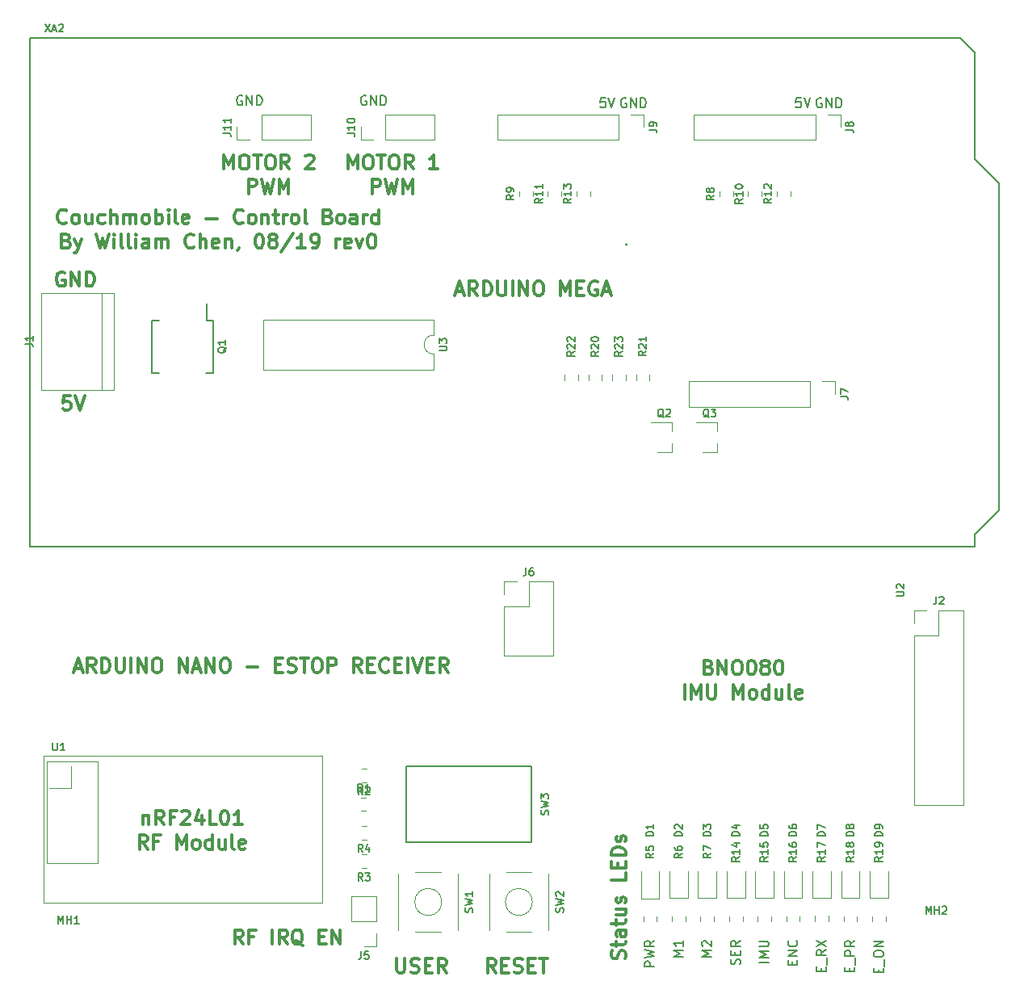
<source format=gbr>
G04 #@! TF.GenerationSoftware,KiCad,Pcbnew,(5.0.0)*
G04 #@! TF.CreationDate,2019-08-08T11:35:40+10:00*
G04 #@! TF.ProjectId,couchmobile-electrical,636F7563686D6F62696C652D656C6563,rev?*
G04 #@! TF.SameCoordinates,Original*
G04 #@! TF.FileFunction,Legend,Top*
G04 #@! TF.FilePolarity,Positive*
%FSLAX46Y46*%
G04 Gerber Fmt 4.6, Leading zero omitted, Abs format (unit mm)*
G04 Created by KiCad (PCBNEW (5.0.0)) date 08/08/19 11:35:40*
%MOMM*%
%LPD*%
G01*
G04 APERTURE LIST*
%ADD10C,0.300000*%
%ADD11C,0.200000*%
%ADD12C,0.120000*%
%ADD13C,0.150000*%
G04 APERTURE END LIST*
D10*
X91142857Y-86617857D02*
X91357142Y-86689285D01*
X91428571Y-86760714D01*
X91500000Y-86903571D01*
X91500000Y-87117857D01*
X91428571Y-87260714D01*
X91357142Y-87332142D01*
X91214285Y-87403571D01*
X90642857Y-87403571D01*
X90642857Y-85903571D01*
X91142857Y-85903571D01*
X91285714Y-85975000D01*
X91357142Y-86046428D01*
X91428571Y-86189285D01*
X91428571Y-86332142D01*
X91357142Y-86475000D01*
X91285714Y-86546428D01*
X91142857Y-86617857D01*
X90642857Y-86617857D01*
X92142857Y-87403571D02*
X92142857Y-85903571D01*
X93000000Y-87403571D01*
X93000000Y-85903571D01*
X94000000Y-85903571D02*
X94285714Y-85903571D01*
X94428571Y-85975000D01*
X94571428Y-86117857D01*
X94642857Y-86403571D01*
X94642857Y-86903571D01*
X94571428Y-87189285D01*
X94428571Y-87332142D01*
X94285714Y-87403571D01*
X94000000Y-87403571D01*
X93857142Y-87332142D01*
X93714285Y-87189285D01*
X93642857Y-86903571D01*
X93642857Y-86403571D01*
X93714285Y-86117857D01*
X93857142Y-85975000D01*
X94000000Y-85903571D01*
X95571428Y-85903571D02*
X95714285Y-85903571D01*
X95857142Y-85975000D01*
X95928571Y-86046428D01*
X96000000Y-86189285D01*
X96071428Y-86475000D01*
X96071428Y-86832142D01*
X96000000Y-87117857D01*
X95928571Y-87260714D01*
X95857142Y-87332142D01*
X95714285Y-87403571D01*
X95571428Y-87403571D01*
X95428571Y-87332142D01*
X95357142Y-87260714D01*
X95285714Y-87117857D01*
X95214285Y-86832142D01*
X95214285Y-86475000D01*
X95285714Y-86189285D01*
X95357142Y-86046428D01*
X95428571Y-85975000D01*
X95571428Y-85903571D01*
X96928571Y-86546428D02*
X96785714Y-86475000D01*
X96714285Y-86403571D01*
X96642857Y-86260714D01*
X96642857Y-86189285D01*
X96714285Y-86046428D01*
X96785714Y-85975000D01*
X96928571Y-85903571D01*
X97214285Y-85903571D01*
X97357142Y-85975000D01*
X97428571Y-86046428D01*
X97500000Y-86189285D01*
X97500000Y-86260714D01*
X97428571Y-86403571D01*
X97357142Y-86475000D01*
X97214285Y-86546428D01*
X96928571Y-86546428D01*
X96785714Y-86617857D01*
X96714285Y-86689285D01*
X96642857Y-86832142D01*
X96642857Y-87117857D01*
X96714285Y-87260714D01*
X96785714Y-87332142D01*
X96928571Y-87403571D01*
X97214285Y-87403571D01*
X97357142Y-87332142D01*
X97428571Y-87260714D01*
X97500000Y-87117857D01*
X97500000Y-86832142D01*
X97428571Y-86689285D01*
X97357142Y-86617857D01*
X97214285Y-86546428D01*
X98428571Y-85903571D02*
X98571428Y-85903571D01*
X98714285Y-85975000D01*
X98785714Y-86046428D01*
X98857142Y-86189285D01*
X98928571Y-86475000D01*
X98928571Y-86832142D01*
X98857142Y-87117857D01*
X98785714Y-87260714D01*
X98714285Y-87332142D01*
X98571428Y-87403571D01*
X98428571Y-87403571D01*
X98285714Y-87332142D01*
X98214285Y-87260714D01*
X98142857Y-87117857D01*
X98071428Y-86832142D01*
X98071428Y-86475000D01*
X98142857Y-86189285D01*
X98214285Y-86046428D01*
X98285714Y-85975000D01*
X98428571Y-85903571D01*
X88607142Y-89953571D02*
X88607142Y-88453571D01*
X89321428Y-89953571D02*
X89321428Y-88453571D01*
X89821428Y-89525000D01*
X90321428Y-88453571D01*
X90321428Y-89953571D01*
X91035714Y-88453571D02*
X91035714Y-89667857D01*
X91107142Y-89810714D01*
X91178571Y-89882142D01*
X91321428Y-89953571D01*
X91607142Y-89953571D01*
X91750000Y-89882142D01*
X91821428Y-89810714D01*
X91892857Y-89667857D01*
X91892857Y-88453571D01*
X93750000Y-89953571D02*
X93750000Y-88453571D01*
X94250000Y-89525000D01*
X94750000Y-88453571D01*
X94750000Y-89953571D01*
X95678571Y-89953571D02*
X95535714Y-89882142D01*
X95464285Y-89810714D01*
X95392857Y-89667857D01*
X95392857Y-89239285D01*
X95464285Y-89096428D01*
X95535714Y-89025000D01*
X95678571Y-88953571D01*
X95892857Y-88953571D01*
X96035714Y-89025000D01*
X96107142Y-89096428D01*
X96178571Y-89239285D01*
X96178571Y-89667857D01*
X96107142Y-89810714D01*
X96035714Y-89882142D01*
X95892857Y-89953571D01*
X95678571Y-89953571D01*
X97464285Y-89953571D02*
X97464285Y-88453571D01*
X97464285Y-89882142D02*
X97321428Y-89953571D01*
X97035714Y-89953571D01*
X96892857Y-89882142D01*
X96821428Y-89810714D01*
X96750000Y-89667857D01*
X96750000Y-89239285D01*
X96821428Y-89096428D01*
X96892857Y-89025000D01*
X97035714Y-88953571D01*
X97321428Y-88953571D01*
X97464285Y-89025000D01*
X98821428Y-88953571D02*
X98821428Y-89953571D01*
X98178571Y-88953571D02*
X98178571Y-89739285D01*
X98250000Y-89882142D01*
X98392857Y-89953571D01*
X98607142Y-89953571D01*
X98750000Y-89882142D01*
X98821428Y-89810714D01*
X99750000Y-89953571D02*
X99607142Y-89882142D01*
X99535714Y-89739285D01*
X99535714Y-88453571D01*
X100892857Y-89882142D02*
X100750000Y-89953571D01*
X100464285Y-89953571D01*
X100321428Y-89882142D01*
X100250000Y-89739285D01*
X100250000Y-89167857D01*
X100321428Y-89025000D01*
X100464285Y-88953571D01*
X100750000Y-88953571D01*
X100892857Y-89025000D01*
X100964285Y-89167857D01*
X100964285Y-89310714D01*
X100250000Y-89453571D01*
X64678571Y-47250000D02*
X65392857Y-47250000D01*
X64535714Y-47678571D02*
X65035714Y-46178571D01*
X65535714Y-47678571D01*
X66892857Y-47678571D02*
X66392857Y-46964285D01*
X66035714Y-47678571D02*
X66035714Y-46178571D01*
X66607142Y-46178571D01*
X66750000Y-46250000D01*
X66821428Y-46321428D01*
X66892857Y-46464285D01*
X66892857Y-46678571D01*
X66821428Y-46821428D01*
X66750000Y-46892857D01*
X66607142Y-46964285D01*
X66035714Y-46964285D01*
X67535714Y-47678571D02*
X67535714Y-46178571D01*
X67892857Y-46178571D01*
X68107142Y-46250000D01*
X68250000Y-46392857D01*
X68321428Y-46535714D01*
X68392857Y-46821428D01*
X68392857Y-47035714D01*
X68321428Y-47321428D01*
X68250000Y-47464285D01*
X68107142Y-47607142D01*
X67892857Y-47678571D01*
X67535714Y-47678571D01*
X69035714Y-46178571D02*
X69035714Y-47392857D01*
X69107142Y-47535714D01*
X69178571Y-47607142D01*
X69321428Y-47678571D01*
X69607142Y-47678571D01*
X69750000Y-47607142D01*
X69821428Y-47535714D01*
X69892857Y-47392857D01*
X69892857Y-46178571D01*
X70607142Y-47678571D02*
X70607142Y-46178571D01*
X71321428Y-47678571D02*
X71321428Y-46178571D01*
X72178571Y-47678571D01*
X72178571Y-46178571D01*
X73178571Y-46178571D02*
X73464285Y-46178571D01*
X73607142Y-46250000D01*
X73750000Y-46392857D01*
X73821428Y-46678571D01*
X73821428Y-47178571D01*
X73750000Y-47464285D01*
X73607142Y-47607142D01*
X73464285Y-47678571D01*
X73178571Y-47678571D01*
X73035714Y-47607142D01*
X72892857Y-47464285D01*
X72821428Y-47178571D01*
X72821428Y-46678571D01*
X72892857Y-46392857D01*
X73035714Y-46250000D01*
X73178571Y-46178571D01*
X75607142Y-47678571D02*
X75607142Y-46178571D01*
X76107142Y-47250000D01*
X76607142Y-46178571D01*
X76607142Y-47678571D01*
X77321428Y-46892857D02*
X77821428Y-46892857D01*
X78035714Y-47678571D02*
X77321428Y-47678571D01*
X77321428Y-46178571D01*
X78035714Y-46178571D01*
X79464285Y-46250000D02*
X79321428Y-46178571D01*
X79107142Y-46178571D01*
X78892857Y-46250000D01*
X78750000Y-46392857D01*
X78678571Y-46535714D01*
X78607142Y-46821428D01*
X78607142Y-47035714D01*
X78678571Y-47321428D01*
X78750000Y-47464285D01*
X78892857Y-47607142D01*
X79107142Y-47678571D01*
X79250000Y-47678571D01*
X79464285Y-47607142D01*
X79535714Y-47535714D01*
X79535714Y-47035714D01*
X79250000Y-47035714D01*
X80107142Y-47250000D02*
X80821428Y-47250000D01*
X79964285Y-47678571D02*
X80464285Y-46178571D01*
X80964285Y-47678571D01*
X31821428Y-102153571D02*
X31821428Y-103153571D01*
X31821428Y-102296428D02*
X31892857Y-102225000D01*
X32035714Y-102153571D01*
X32250000Y-102153571D01*
X32392857Y-102225000D01*
X32464285Y-102367857D01*
X32464285Y-103153571D01*
X34035714Y-103153571D02*
X33535714Y-102439285D01*
X33178571Y-103153571D02*
X33178571Y-101653571D01*
X33750000Y-101653571D01*
X33892857Y-101725000D01*
X33964285Y-101796428D01*
X34035714Y-101939285D01*
X34035714Y-102153571D01*
X33964285Y-102296428D01*
X33892857Y-102367857D01*
X33750000Y-102439285D01*
X33178571Y-102439285D01*
X35178571Y-102367857D02*
X34678571Y-102367857D01*
X34678571Y-103153571D02*
X34678571Y-101653571D01*
X35392857Y-101653571D01*
X35892857Y-101796428D02*
X35964285Y-101725000D01*
X36107142Y-101653571D01*
X36464285Y-101653571D01*
X36607142Y-101725000D01*
X36678571Y-101796428D01*
X36750000Y-101939285D01*
X36750000Y-102082142D01*
X36678571Y-102296428D01*
X35821428Y-103153571D01*
X36750000Y-103153571D01*
X38035714Y-102153571D02*
X38035714Y-103153571D01*
X37678571Y-101582142D02*
X37321428Y-102653571D01*
X38250000Y-102653571D01*
X39535714Y-103153571D02*
X38821428Y-103153571D01*
X38821428Y-101653571D01*
X40321428Y-101653571D02*
X40464285Y-101653571D01*
X40607142Y-101725000D01*
X40678571Y-101796428D01*
X40750000Y-101939285D01*
X40821428Y-102225000D01*
X40821428Y-102582142D01*
X40750000Y-102867857D01*
X40678571Y-103010714D01*
X40607142Y-103082142D01*
X40464285Y-103153571D01*
X40321428Y-103153571D01*
X40178571Y-103082142D01*
X40107142Y-103010714D01*
X40035714Y-102867857D01*
X39964285Y-102582142D01*
X39964285Y-102225000D01*
X40035714Y-101939285D01*
X40107142Y-101796428D01*
X40178571Y-101725000D01*
X40321428Y-101653571D01*
X42250000Y-103153571D02*
X41392857Y-103153571D01*
X41821428Y-103153571D02*
X41821428Y-101653571D01*
X41678571Y-101867857D01*
X41535714Y-102010714D01*
X41392857Y-102082142D01*
X32321428Y-105703571D02*
X31821428Y-104989285D01*
X31464285Y-105703571D02*
X31464285Y-104203571D01*
X32035714Y-104203571D01*
X32178571Y-104275000D01*
X32250000Y-104346428D01*
X32321428Y-104489285D01*
X32321428Y-104703571D01*
X32250000Y-104846428D01*
X32178571Y-104917857D01*
X32035714Y-104989285D01*
X31464285Y-104989285D01*
X33464285Y-104917857D02*
X32964285Y-104917857D01*
X32964285Y-105703571D02*
X32964285Y-104203571D01*
X33678571Y-104203571D01*
X35392857Y-105703571D02*
X35392857Y-104203571D01*
X35892857Y-105275000D01*
X36392857Y-104203571D01*
X36392857Y-105703571D01*
X37321428Y-105703571D02*
X37178571Y-105632142D01*
X37107142Y-105560714D01*
X37035714Y-105417857D01*
X37035714Y-104989285D01*
X37107142Y-104846428D01*
X37178571Y-104775000D01*
X37321428Y-104703571D01*
X37535714Y-104703571D01*
X37678571Y-104775000D01*
X37750000Y-104846428D01*
X37821428Y-104989285D01*
X37821428Y-105417857D01*
X37750000Y-105560714D01*
X37678571Y-105632142D01*
X37535714Y-105703571D01*
X37321428Y-105703571D01*
X39107142Y-105703571D02*
X39107142Y-104203571D01*
X39107142Y-105632142D02*
X38964285Y-105703571D01*
X38678571Y-105703571D01*
X38535714Y-105632142D01*
X38464285Y-105560714D01*
X38392857Y-105417857D01*
X38392857Y-104989285D01*
X38464285Y-104846428D01*
X38535714Y-104775000D01*
X38678571Y-104703571D01*
X38964285Y-104703571D01*
X39107142Y-104775000D01*
X40464285Y-104703571D02*
X40464285Y-105703571D01*
X39821428Y-104703571D02*
X39821428Y-105489285D01*
X39892857Y-105632142D01*
X40035714Y-105703571D01*
X40250000Y-105703571D01*
X40392857Y-105632142D01*
X40464285Y-105560714D01*
X41392857Y-105703571D02*
X41250000Y-105632142D01*
X41178571Y-105489285D01*
X41178571Y-104203571D01*
X42535714Y-105632142D02*
X42392857Y-105703571D01*
X42107142Y-105703571D01*
X41964285Y-105632142D01*
X41892857Y-105489285D01*
X41892857Y-104917857D01*
X41964285Y-104775000D01*
X42107142Y-104703571D01*
X42392857Y-104703571D01*
X42535714Y-104775000D01*
X42607142Y-104917857D01*
X42607142Y-105060714D01*
X41892857Y-105203571D01*
X24678571Y-86750000D02*
X25392857Y-86750000D01*
X24535714Y-87178571D02*
X25035714Y-85678571D01*
X25535714Y-87178571D01*
X26892857Y-87178571D02*
X26392857Y-86464285D01*
X26035714Y-87178571D02*
X26035714Y-85678571D01*
X26607142Y-85678571D01*
X26750000Y-85750000D01*
X26821428Y-85821428D01*
X26892857Y-85964285D01*
X26892857Y-86178571D01*
X26821428Y-86321428D01*
X26750000Y-86392857D01*
X26607142Y-86464285D01*
X26035714Y-86464285D01*
X27535714Y-87178571D02*
X27535714Y-85678571D01*
X27892857Y-85678571D01*
X28107142Y-85750000D01*
X28250000Y-85892857D01*
X28321428Y-86035714D01*
X28392857Y-86321428D01*
X28392857Y-86535714D01*
X28321428Y-86821428D01*
X28250000Y-86964285D01*
X28107142Y-87107142D01*
X27892857Y-87178571D01*
X27535714Y-87178571D01*
X29035714Y-85678571D02*
X29035714Y-86892857D01*
X29107142Y-87035714D01*
X29178571Y-87107142D01*
X29321428Y-87178571D01*
X29607142Y-87178571D01*
X29750000Y-87107142D01*
X29821428Y-87035714D01*
X29892857Y-86892857D01*
X29892857Y-85678571D01*
X30607142Y-87178571D02*
X30607142Y-85678571D01*
X31321428Y-87178571D02*
X31321428Y-85678571D01*
X32178571Y-87178571D01*
X32178571Y-85678571D01*
X33178571Y-85678571D02*
X33464285Y-85678571D01*
X33607142Y-85750000D01*
X33750000Y-85892857D01*
X33821428Y-86178571D01*
X33821428Y-86678571D01*
X33750000Y-86964285D01*
X33607142Y-87107142D01*
X33464285Y-87178571D01*
X33178571Y-87178571D01*
X33035714Y-87107142D01*
X32892857Y-86964285D01*
X32821428Y-86678571D01*
X32821428Y-86178571D01*
X32892857Y-85892857D01*
X33035714Y-85750000D01*
X33178571Y-85678571D01*
X35607142Y-87178571D02*
X35607142Y-85678571D01*
X36464285Y-87178571D01*
X36464285Y-85678571D01*
X37107142Y-86750000D02*
X37821428Y-86750000D01*
X36964285Y-87178571D02*
X37464285Y-85678571D01*
X37964285Y-87178571D01*
X38464285Y-87178571D02*
X38464285Y-85678571D01*
X39321428Y-87178571D01*
X39321428Y-85678571D01*
X40321428Y-85678571D02*
X40607142Y-85678571D01*
X40749999Y-85750000D01*
X40892857Y-85892857D01*
X40964285Y-86178571D01*
X40964285Y-86678571D01*
X40892857Y-86964285D01*
X40749999Y-87107142D01*
X40607142Y-87178571D01*
X40321428Y-87178571D01*
X40178571Y-87107142D01*
X40035714Y-86964285D01*
X39964285Y-86678571D01*
X39964285Y-86178571D01*
X40035714Y-85892857D01*
X40178571Y-85750000D01*
X40321428Y-85678571D01*
X42750000Y-86607142D02*
X43892857Y-86607142D01*
X45750000Y-86392857D02*
X46250000Y-86392857D01*
X46464285Y-87178571D02*
X45750000Y-87178571D01*
X45750000Y-85678571D01*
X46464285Y-85678571D01*
X47035714Y-87107142D02*
X47250000Y-87178571D01*
X47607142Y-87178571D01*
X47750000Y-87107142D01*
X47821428Y-87035714D01*
X47892857Y-86892857D01*
X47892857Y-86750000D01*
X47821428Y-86607142D01*
X47750000Y-86535714D01*
X47607142Y-86464285D01*
X47321428Y-86392857D01*
X47178571Y-86321428D01*
X47107142Y-86250000D01*
X47035714Y-86107142D01*
X47035714Y-85964285D01*
X47107142Y-85821428D01*
X47178571Y-85750000D01*
X47321428Y-85678571D01*
X47678571Y-85678571D01*
X47892857Y-85750000D01*
X48321428Y-85678571D02*
X49178571Y-85678571D01*
X48750000Y-87178571D02*
X48750000Y-85678571D01*
X49964285Y-85678571D02*
X50250000Y-85678571D01*
X50392857Y-85750000D01*
X50535714Y-85892857D01*
X50607142Y-86178571D01*
X50607142Y-86678571D01*
X50535714Y-86964285D01*
X50392857Y-87107142D01*
X50250000Y-87178571D01*
X49964285Y-87178571D01*
X49821428Y-87107142D01*
X49678571Y-86964285D01*
X49607142Y-86678571D01*
X49607142Y-86178571D01*
X49678571Y-85892857D01*
X49821428Y-85750000D01*
X49964285Y-85678571D01*
X51250000Y-87178571D02*
X51250000Y-85678571D01*
X51821428Y-85678571D01*
X51964285Y-85750000D01*
X52035714Y-85821428D01*
X52107142Y-85964285D01*
X52107142Y-86178571D01*
X52035714Y-86321428D01*
X51964285Y-86392857D01*
X51821428Y-86464285D01*
X51250000Y-86464285D01*
X54749999Y-87178571D02*
X54249999Y-86464285D01*
X53892857Y-87178571D02*
X53892857Y-85678571D01*
X54464285Y-85678571D01*
X54607142Y-85750000D01*
X54678571Y-85821428D01*
X54749999Y-85964285D01*
X54749999Y-86178571D01*
X54678571Y-86321428D01*
X54607142Y-86392857D01*
X54464285Y-86464285D01*
X53892857Y-86464285D01*
X55392857Y-86392857D02*
X55892857Y-86392857D01*
X56107142Y-87178571D02*
X55392857Y-87178571D01*
X55392857Y-85678571D01*
X56107142Y-85678571D01*
X57607142Y-87035714D02*
X57535714Y-87107142D01*
X57321428Y-87178571D01*
X57178571Y-87178571D01*
X56964285Y-87107142D01*
X56821428Y-86964285D01*
X56750000Y-86821428D01*
X56678571Y-86535714D01*
X56678571Y-86321428D01*
X56750000Y-86035714D01*
X56821428Y-85892857D01*
X56964285Y-85750000D01*
X57178571Y-85678571D01*
X57321428Y-85678571D01*
X57535714Y-85750000D01*
X57607142Y-85821428D01*
X58249999Y-86392857D02*
X58749999Y-86392857D01*
X58964285Y-87178571D02*
X58249999Y-87178571D01*
X58249999Y-85678571D01*
X58964285Y-85678571D01*
X59607142Y-87178571D02*
X59607142Y-85678571D01*
X60107142Y-85678571D02*
X60607142Y-87178571D01*
X61107142Y-85678571D01*
X61607142Y-86392857D02*
X62107142Y-86392857D01*
X62321428Y-87178571D02*
X61607142Y-87178571D01*
X61607142Y-85678571D01*
X62321428Y-85678571D01*
X63821428Y-87178571D02*
X63321428Y-86464285D01*
X62964285Y-87178571D02*
X62964285Y-85678571D01*
X63535714Y-85678571D01*
X63678571Y-85750000D01*
X63749999Y-85821428D01*
X63821428Y-85964285D01*
X63821428Y-86178571D01*
X63749999Y-86321428D01*
X63678571Y-86392857D01*
X63535714Y-86464285D01*
X62964285Y-86464285D01*
D11*
X80309523Y-26952380D02*
X79833333Y-26952380D01*
X79785714Y-27428571D01*
X79833333Y-27380952D01*
X79928571Y-27333333D01*
X80166666Y-27333333D01*
X80261904Y-27380952D01*
X80309523Y-27428571D01*
X80357142Y-27523809D01*
X80357142Y-27761904D01*
X80309523Y-27857142D01*
X80261904Y-27904761D01*
X80166666Y-27952380D01*
X79928571Y-27952380D01*
X79833333Y-27904761D01*
X79785714Y-27857142D01*
X80642857Y-26952380D02*
X80976190Y-27952380D01*
X81309523Y-26952380D01*
X100809523Y-26952380D02*
X100333333Y-26952380D01*
X100285714Y-27428571D01*
X100333333Y-27380952D01*
X100428571Y-27333333D01*
X100666666Y-27333333D01*
X100761904Y-27380952D01*
X100809523Y-27428571D01*
X100857142Y-27523809D01*
X100857142Y-27761904D01*
X100809523Y-27857142D01*
X100761904Y-27904761D01*
X100666666Y-27952380D01*
X100428571Y-27952380D01*
X100333333Y-27904761D01*
X100285714Y-27857142D01*
X101142857Y-26952380D02*
X101476190Y-27952380D01*
X101809523Y-26952380D01*
X102988095Y-27000000D02*
X102892857Y-26952380D01*
X102750000Y-26952380D01*
X102607142Y-27000000D01*
X102511904Y-27095238D01*
X102464285Y-27190476D01*
X102416666Y-27380952D01*
X102416666Y-27523809D01*
X102464285Y-27714285D01*
X102511904Y-27809523D01*
X102607142Y-27904761D01*
X102750000Y-27952380D01*
X102845238Y-27952380D01*
X102988095Y-27904761D01*
X103035714Y-27857142D01*
X103035714Y-27523809D01*
X102845238Y-27523809D01*
X103464285Y-27952380D02*
X103464285Y-26952380D01*
X104035714Y-27952380D01*
X104035714Y-26952380D01*
X104511904Y-27952380D02*
X104511904Y-26952380D01*
X104750000Y-26952380D01*
X104892857Y-27000000D01*
X104988095Y-27095238D01*
X105035714Y-27190476D01*
X105083333Y-27380952D01*
X105083333Y-27523809D01*
X105035714Y-27714285D01*
X104988095Y-27809523D01*
X104892857Y-27904761D01*
X104750000Y-27952380D01*
X104511904Y-27952380D01*
X82488095Y-27000000D02*
X82392857Y-26952380D01*
X82250000Y-26952380D01*
X82107142Y-27000000D01*
X82011904Y-27095238D01*
X81964285Y-27190476D01*
X81916666Y-27380952D01*
X81916666Y-27523809D01*
X81964285Y-27714285D01*
X82011904Y-27809523D01*
X82107142Y-27904761D01*
X82250000Y-27952380D01*
X82345238Y-27952380D01*
X82488095Y-27904761D01*
X82535714Y-27857142D01*
X82535714Y-27523809D01*
X82345238Y-27523809D01*
X82964285Y-27952380D02*
X82964285Y-26952380D01*
X83535714Y-27952380D01*
X83535714Y-26952380D01*
X84011904Y-27952380D02*
X84011904Y-26952380D01*
X84250000Y-26952380D01*
X84392857Y-27000000D01*
X84488095Y-27095238D01*
X84535714Y-27190476D01*
X84583333Y-27380952D01*
X84583333Y-27523809D01*
X84535714Y-27714285D01*
X84488095Y-27809523D01*
X84392857Y-27904761D01*
X84250000Y-27952380D01*
X84011904Y-27952380D01*
X55238095Y-26750000D02*
X55142857Y-26702380D01*
X55000000Y-26702380D01*
X54857142Y-26750000D01*
X54761904Y-26845238D01*
X54714285Y-26940476D01*
X54666666Y-27130952D01*
X54666666Y-27273809D01*
X54714285Y-27464285D01*
X54761904Y-27559523D01*
X54857142Y-27654761D01*
X55000000Y-27702380D01*
X55095238Y-27702380D01*
X55238095Y-27654761D01*
X55285714Y-27607142D01*
X55285714Y-27273809D01*
X55095238Y-27273809D01*
X55714285Y-27702380D02*
X55714285Y-26702380D01*
X56285714Y-27702380D01*
X56285714Y-26702380D01*
X56761904Y-27702380D02*
X56761904Y-26702380D01*
X57000000Y-26702380D01*
X57142857Y-26750000D01*
X57238095Y-26845238D01*
X57285714Y-26940476D01*
X57333333Y-27130952D01*
X57333333Y-27273809D01*
X57285714Y-27464285D01*
X57238095Y-27559523D01*
X57142857Y-27654761D01*
X57000000Y-27702380D01*
X56761904Y-27702380D01*
X42238095Y-26750000D02*
X42142857Y-26702380D01*
X42000000Y-26702380D01*
X41857142Y-26750000D01*
X41761904Y-26845238D01*
X41714285Y-26940476D01*
X41666666Y-27130952D01*
X41666666Y-27273809D01*
X41714285Y-27464285D01*
X41761904Y-27559523D01*
X41857142Y-27654761D01*
X42000000Y-27702380D01*
X42095238Y-27702380D01*
X42238095Y-27654761D01*
X42285714Y-27607142D01*
X42285714Y-27273809D01*
X42095238Y-27273809D01*
X42714285Y-27702380D02*
X42714285Y-26702380D01*
X43285714Y-27702380D01*
X43285714Y-26702380D01*
X43761904Y-27702380D02*
X43761904Y-26702380D01*
X44000000Y-26702380D01*
X44142857Y-26750000D01*
X44238095Y-26845238D01*
X44285714Y-26940476D01*
X44333333Y-27130952D01*
X44333333Y-27273809D01*
X44285714Y-27464285D01*
X44238095Y-27559523D01*
X44142857Y-27654761D01*
X44000000Y-27702380D01*
X43761904Y-27702380D01*
D10*
X24214285Y-58178571D02*
X23500000Y-58178571D01*
X23428571Y-58892857D01*
X23500000Y-58821428D01*
X23642857Y-58750000D01*
X24000000Y-58750000D01*
X24142857Y-58821428D01*
X24214285Y-58892857D01*
X24285714Y-59035714D01*
X24285714Y-59392857D01*
X24214285Y-59535714D01*
X24142857Y-59607142D01*
X24000000Y-59678571D01*
X23642857Y-59678571D01*
X23500000Y-59607142D01*
X23428571Y-59535714D01*
X24714285Y-58178571D02*
X25214285Y-59678571D01*
X25714285Y-58178571D01*
X23607142Y-45250000D02*
X23464285Y-45178571D01*
X23250000Y-45178571D01*
X23035714Y-45250000D01*
X22892857Y-45392857D01*
X22821428Y-45535714D01*
X22750000Y-45821428D01*
X22750000Y-46035714D01*
X22821428Y-46321428D01*
X22892857Y-46464285D01*
X23035714Y-46607142D01*
X23250000Y-46678571D01*
X23392857Y-46678571D01*
X23607142Y-46607142D01*
X23678571Y-46535714D01*
X23678571Y-46035714D01*
X23392857Y-46035714D01*
X24321428Y-46678571D02*
X24321428Y-45178571D01*
X25178571Y-46678571D01*
X25178571Y-45178571D01*
X25892857Y-46678571D02*
X25892857Y-45178571D01*
X26250000Y-45178571D01*
X26464285Y-45250000D01*
X26607142Y-45392857D01*
X26678571Y-45535714D01*
X26750000Y-45821428D01*
X26750000Y-46035714D01*
X26678571Y-46321428D01*
X26607142Y-46464285D01*
X26464285Y-46607142D01*
X26250000Y-46678571D01*
X25892857Y-46678571D01*
X23821428Y-40010714D02*
X23750000Y-40082142D01*
X23535714Y-40153571D01*
X23392857Y-40153571D01*
X23178571Y-40082142D01*
X23035714Y-39939285D01*
X22964285Y-39796428D01*
X22892857Y-39510714D01*
X22892857Y-39296428D01*
X22964285Y-39010714D01*
X23035714Y-38867857D01*
X23178571Y-38725000D01*
X23392857Y-38653571D01*
X23535714Y-38653571D01*
X23750000Y-38725000D01*
X23821428Y-38796428D01*
X24678571Y-40153571D02*
X24535714Y-40082142D01*
X24464285Y-40010714D01*
X24392857Y-39867857D01*
X24392857Y-39439285D01*
X24464285Y-39296428D01*
X24535714Y-39225000D01*
X24678571Y-39153571D01*
X24892857Y-39153571D01*
X25035714Y-39225000D01*
X25107142Y-39296428D01*
X25178571Y-39439285D01*
X25178571Y-39867857D01*
X25107142Y-40010714D01*
X25035714Y-40082142D01*
X24892857Y-40153571D01*
X24678571Y-40153571D01*
X26464285Y-39153571D02*
X26464285Y-40153571D01*
X25821428Y-39153571D02*
X25821428Y-39939285D01*
X25892857Y-40082142D01*
X26035714Y-40153571D01*
X26250000Y-40153571D01*
X26392857Y-40082142D01*
X26464285Y-40010714D01*
X27821428Y-40082142D02*
X27678571Y-40153571D01*
X27392857Y-40153571D01*
X27250000Y-40082142D01*
X27178571Y-40010714D01*
X27107142Y-39867857D01*
X27107142Y-39439285D01*
X27178571Y-39296428D01*
X27250000Y-39225000D01*
X27392857Y-39153571D01*
X27678571Y-39153571D01*
X27821428Y-39225000D01*
X28464285Y-40153571D02*
X28464285Y-38653571D01*
X29107142Y-40153571D02*
X29107142Y-39367857D01*
X29035714Y-39225000D01*
X28892857Y-39153571D01*
X28678571Y-39153571D01*
X28535714Y-39225000D01*
X28464285Y-39296428D01*
X29821428Y-40153571D02*
X29821428Y-39153571D01*
X29821428Y-39296428D02*
X29892857Y-39225000D01*
X30035714Y-39153571D01*
X30250000Y-39153571D01*
X30392857Y-39225000D01*
X30464285Y-39367857D01*
X30464285Y-40153571D01*
X30464285Y-39367857D02*
X30535714Y-39225000D01*
X30678571Y-39153571D01*
X30892857Y-39153571D01*
X31035714Y-39225000D01*
X31107142Y-39367857D01*
X31107142Y-40153571D01*
X32035714Y-40153571D02*
X31892857Y-40082142D01*
X31821428Y-40010714D01*
X31750000Y-39867857D01*
X31750000Y-39439285D01*
X31821428Y-39296428D01*
X31892857Y-39225000D01*
X32035714Y-39153571D01*
X32250000Y-39153571D01*
X32392857Y-39225000D01*
X32464285Y-39296428D01*
X32535714Y-39439285D01*
X32535714Y-39867857D01*
X32464285Y-40010714D01*
X32392857Y-40082142D01*
X32250000Y-40153571D01*
X32035714Y-40153571D01*
X33178571Y-40153571D02*
X33178571Y-38653571D01*
X33178571Y-39225000D02*
X33321428Y-39153571D01*
X33607142Y-39153571D01*
X33750000Y-39225000D01*
X33821428Y-39296428D01*
X33892857Y-39439285D01*
X33892857Y-39867857D01*
X33821428Y-40010714D01*
X33750000Y-40082142D01*
X33607142Y-40153571D01*
X33321428Y-40153571D01*
X33178571Y-40082142D01*
X34535714Y-40153571D02*
X34535714Y-39153571D01*
X34535714Y-38653571D02*
X34464285Y-38725000D01*
X34535714Y-38796428D01*
X34607142Y-38725000D01*
X34535714Y-38653571D01*
X34535714Y-38796428D01*
X35464285Y-40153571D02*
X35321428Y-40082142D01*
X35250000Y-39939285D01*
X35250000Y-38653571D01*
X36607142Y-40082142D02*
X36464285Y-40153571D01*
X36178571Y-40153571D01*
X36035714Y-40082142D01*
X35964285Y-39939285D01*
X35964285Y-39367857D01*
X36035714Y-39225000D01*
X36178571Y-39153571D01*
X36464285Y-39153571D01*
X36607142Y-39225000D01*
X36678571Y-39367857D01*
X36678571Y-39510714D01*
X35964285Y-39653571D01*
X38464285Y-39582142D02*
X39607142Y-39582142D01*
X42321428Y-40010714D02*
X42250000Y-40082142D01*
X42035714Y-40153571D01*
X41892857Y-40153571D01*
X41678571Y-40082142D01*
X41535714Y-39939285D01*
X41464285Y-39796428D01*
X41392857Y-39510714D01*
X41392857Y-39296428D01*
X41464285Y-39010714D01*
X41535714Y-38867857D01*
X41678571Y-38725000D01*
X41892857Y-38653571D01*
X42035714Y-38653571D01*
X42250000Y-38725000D01*
X42321428Y-38796428D01*
X43178571Y-40153571D02*
X43035714Y-40082142D01*
X42964285Y-40010714D01*
X42892857Y-39867857D01*
X42892857Y-39439285D01*
X42964285Y-39296428D01*
X43035714Y-39225000D01*
X43178571Y-39153571D01*
X43392857Y-39153571D01*
X43535714Y-39225000D01*
X43607142Y-39296428D01*
X43678571Y-39439285D01*
X43678571Y-39867857D01*
X43607142Y-40010714D01*
X43535714Y-40082142D01*
X43392857Y-40153571D01*
X43178571Y-40153571D01*
X44321428Y-39153571D02*
X44321428Y-40153571D01*
X44321428Y-39296428D02*
X44392857Y-39225000D01*
X44535714Y-39153571D01*
X44750000Y-39153571D01*
X44892857Y-39225000D01*
X44964285Y-39367857D01*
X44964285Y-40153571D01*
X45464285Y-39153571D02*
X46035714Y-39153571D01*
X45678571Y-38653571D02*
X45678571Y-39939285D01*
X45750000Y-40082142D01*
X45892857Y-40153571D01*
X46035714Y-40153571D01*
X46535714Y-40153571D02*
X46535714Y-39153571D01*
X46535714Y-39439285D02*
X46607142Y-39296428D01*
X46678571Y-39225000D01*
X46821428Y-39153571D01*
X46964285Y-39153571D01*
X47678571Y-40153571D02*
X47535714Y-40082142D01*
X47464285Y-40010714D01*
X47392857Y-39867857D01*
X47392857Y-39439285D01*
X47464285Y-39296428D01*
X47535714Y-39225000D01*
X47678571Y-39153571D01*
X47892857Y-39153571D01*
X48035714Y-39225000D01*
X48107142Y-39296428D01*
X48178571Y-39439285D01*
X48178571Y-39867857D01*
X48107142Y-40010714D01*
X48035714Y-40082142D01*
X47892857Y-40153571D01*
X47678571Y-40153571D01*
X49035714Y-40153571D02*
X48892857Y-40082142D01*
X48821428Y-39939285D01*
X48821428Y-38653571D01*
X51250000Y-39367857D02*
X51464285Y-39439285D01*
X51535714Y-39510714D01*
X51607142Y-39653571D01*
X51607142Y-39867857D01*
X51535714Y-40010714D01*
X51464285Y-40082142D01*
X51321428Y-40153571D01*
X50750000Y-40153571D01*
X50750000Y-38653571D01*
X51250000Y-38653571D01*
X51392857Y-38725000D01*
X51464285Y-38796428D01*
X51535714Y-38939285D01*
X51535714Y-39082142D01*
X51464285Y-39225000D01*
X51392857Y-39296428D01*
X51250000Y-39367857D01*
X50750000Y-39367857D01*
X52464285Y-40153571D02*
X52321428Y-40082142D01*
X52250000Y-40010714D01*
X52178571Y-39867857D01*
X52178571Y-39439285D01*
X52250000Y-39296428D01*
X52321428Y-39225000D01*
X52464285Y-39153571D01*
X52678571Y-39153571D01*
X52821428Y-39225000D01*
X52892857Y-39296428D01*
X52964285Y-39439285D01*
X52964285Y-39867857D01*
X52892857Y-40010714D01*
X52821428Y-40082142D01*
X52678571Y-40153571D01*
X52464285Y-40153571D01*
X54250000Y-40153571D02*
X54250000Y-39367857D01*
X54178571Y-39225000D01*
X54035714Y-39153571D01*
X53750000Y-39153571D01*
X53607142Y-39225000D01*
X54250000Y-40082142D02*
X54107142Y-40153571D01*
X53750000Y-40153571D01*
X53607142Y-40082142D01*
X53535714Y-39939285D01*
X53535714Y-39796428D01*
X53607142Y-39653571D01*
X53750000Y-39582142D01*
X54107142Y-39582142D01*
X54250000Y-39510714D01*
X54964285Y-40153571D02*
X54964285Y-39153571D01*
X54964285Y-39439285D02*
X55035714Y-39296428D01*
X55107142Y-39225000D01*
X55250000Y-39153571D01*
X55392857Y-39153571D01*
X56535714Y-40153571D02*
X56535714Y-38653571D01*
X56535714Y-40082142D02*
X56392857Y-40153571D01*
X56107142Y-40153571D01*
X55964285Y-40082142D01*
X55892857Y-40010714D01*
X55821428Y-39867857D01*
X55821428Y-39439285D01*
X55892857Y-39296428D01*
X55964285Y-39225000D01*
X56107142Y-39153571D01*
X56392857Y-39153571D01*
X56535714Y-39225000D01*
X23821428Y-41917857D02*
X24035714Y-41989285D01*
X24107142Y-42060714D01*
X24178571Y-42203571D01*
X24178571Y-42417857D01*
X24107142Y-42560714D01*
X24035714Y-42632142D01*
X23892857Y-42703571D01*
X23321428Y-42703571D01*
X23321428Y-41203571D01*
X23821428Y-41203571D01*
X23964285Y-41275000D01*
X24035714Y-41346428D01*
X24107142Y-41489285D01*
X24107142Y-41632142D01*
X24035714Y-41775000D01*
X23964285Y-41846428D01*
X23821428Y-41917857D01*
X23321428Y-41917857D01*
X24678571Y-41703571D02*
X25035714Y-42703571D01*
X25392857Y-41703571D02*
X25035714Y-42703571D01*
X24892857Y-43060714D01*
X24821428Y-43132142D01*
X24678571Y-43203571D01*
X26964285Y-41203571D02*
X27321428Y-42703571D01*
X27607142Y-41632142D01*
X27892857Y-42703571D01*
X28249999Y-41203571D01*
X28821428Y-42703571D02*
X28821428Y-41703571D01*
X28821428Y-41203571D02*
X28749999Y-41275000D01*
X28821428Y-41346428D01*
X28892857Y-41275000D01*
X28821428Y-41203571D01*
X28821428Y-41346428D01*
X29749999Y-42703571D02*
X29607142Y-42632142D01*
X29535714Y-42489285D01*
X29535714Y-41203571D01*
X30535714Y-42703571D02*
X30392857Y-42632142D01*
X30321428Y-42489285D01*
X30321428Y-41203571D01*
X31107142Y-42703571D02*
X31107142Y-41703571D01*
X31107142Y-41203571D02*
X31035714Y-41275000D01*
X31107142Y-41346428D01*
X31178571Y-41275000D01*
X31107142Y-41203571D01*
X31107142Y-41346428D01*
X32464285Y-42703571D02*
X32464285Y-41917857D01*
X32392857Y-41775000D01*
X32249999Y-41703571D01*
X31964285Y-41703571D01*
X31821428Y-41775000D01*
X32464285Y-42632142D02*
X32321428Y-42703571D01*
X31964285Y-42703571D01*
X31821428Y-42632142D01*
X31749999Y-42489285D01*
X31749999Y-42346428D01*
X31821428Y-42203571D01*
X31964285Y-42132142D01*
X32321428Y-42132142D01*
X32464285Y-42060714D01*
X33178571Y-42703571D02*
X33178571Y-41703571D01*
X33178571Y-41846428D02*
X33249999Y-41775000D01*
X33392857Y-41703571D01*
X33607142Y-41703571D01*
X33749999Y-41775000D01*
X33821428Y-41917857D01*
X33821428Y-42703571D01*
X33821428Y-41917857D02*
X33892857Y-41775000D01*
X34035714Y-41703571D01*
X34249999Y-41703571D01*
X34392857Y-41775000D01*
X34464285Y-41917857D01*
X34464285Y-42703571D01*
X37178571Y-42560714D02*
X37107142Y-42632142D01*
X36892857Y-42703571D01*
X36749999Y-42703571D01*
X36535714Y-42632142D01*
X36392857Y-42489285D01*
X36321428Y-42346428D01*
X36249999Y-42060714D01*
X36249999Y-41846428D01*
X36321428Y-41560714D01*
X36392857Y-41417857D01*
X36535714Y-41275000D01*
X36749999Y-41203571D01*
X36892857Y-41203571D01*
X37107142Y-41275000D01*
X37178571Y-41346428D01*
X37821428Y-42703571D02*
X37821428Y-41203571D01*
X38464285Y-42703571D02*
X38464285Y-41917857D01*
X38392857Y-41775000D01*
X38249999Y-41703571D01*
X38035714Y-41703571D01*
X37892857Y-41775000D01*
X37821428Y-41846428D01*
X39749999Y-42632142D02*
X39607142Y-42703571D01*
X39321428Y-42703571D01*
X39178571Y-42632142D01*
X39107142Y-42489285D01*
X39107142Y-41917857D01*
X39178571Y-41775000D01*
X39321428Y-41703571D01*
X39607142Y-41703571D01*
X39749999Y-41775000D01*
X39821428Y-41917857D01*
X39821428Y-42060714D01*
X39107142Y-42203571D01*
X40464285Y-41703571D02*
X40464285Y-42703571D01*
X40464285Y-41846428D02*
X40535714Y-41775000D01*
X40678571Y-41703571D01*
X40892857Y-41703571D01*
X41035714Y-41775000D01*
X41107142Y-41917857D01*
X41107142Y-42703571D01*
X41892857Y-42632142D02*
X41892857Y-42703571D01*
X41821428Y-42846428D01*
X41750000Y-42917857D01*
X43964285Y-41203571D02*
X44107142Y-41203571D01*
X44249999Y-41275000D01*
X44321428Y-41346428D01*
X44392857Y-41489285D01*
X44464285Y-41775000D01*
X44464285Y-42132142D01*
X44392857Y-42417857D01*
X44321428Y-42560714D01*
X44249999Y-42632142D01*
X44107142Y-42703571D01*
X43964285Y-42703571D01*
X43821428Y-42632142D01*
X43749999Y-42560714D01*
X43678571Y-42417857D01*
X43607142Y-42132142D01*
X43607142Y-41775000D01*
X43678571Y-41489285D01*
X43749999Y-41346428D01*
X43821428Y-41275000D01*
X43964285Y-41203571D01*
X45321428Y-41846428D02*
X45178571Y-41775000D01*
X45107142Y-41703571D01*
X45035714Y-41560714D01*
X45035714Y-41489285D01*
X45107142Y-41346428D01*
X45178571Y-41275000D01*
X45321428Y-41203571D01*
X45607142Y-41203571D01*
X45749999Y-41275000D01*
X45821428Y-41346428D01*
X45892857Y-41489285D01*
X45892857Y-41560714D01*
X45821428Y-41703571D01*
X45749999Y-41775000D01*
X45607142Y-41846428D01*
X45321428Y-41846428D01*
X45178571Y-41917857D01*
X45107142Y-41989285D01*
X45035714Y-42132142D01*
X45035714Y-42417857D01*
X45107142Y-42560714D01*
X45178571Y-42632142D01*
X45321428Y-42703571D01*
X45607142Y-42703571D01*
X45749999Y-42632142D01*
X45821428Y-42560714D01*
X45892857Y-42417857D01*
X45892857Y-42132142D01*
X45821428Y-41989285D01*
X45749999Y-41917857D01*
X45607142Y-41846428D01*
X47607142Y-41132142D02*
X46321428Y-43060714D01*
X48892857Y-42703571D02*
X48035714Y-42703571D01*
X48464285Y-42703571D02*
X48464285Y-41203571D01*
X48321428Y-41417857D01*
X48178571Y-41560714D01*
X48035714Y-41632142D01*
X49607142Y-42703571D02*
X49892857Y-42703571D01*
X50035714Y-42632142D01*
X50107142Y-42560714D01*
X50249999Y-42346428D01*
X50321428Y-42060714D01*
X50321428Y-41489285D01*
X50249999Y-41346428D01*
X50178571Y-41275000D01*
X50035714Y-41203571D01*
X49749999Y-41203571D01*
X49607142Y-41275000D01*
X49535714Y-41346428D01*
X49464285Y-41489285D01*
X49464285Y-41846428D01*
X49535714Y-41989285D01*
X49607142Y-42060714D01*
X49749999Y-42132142D01*
X50035714Y-42132142D01*
X50178571Y-42060714D01*
X50249999Y-41989285D01*
X50321428Y-41846428D01*
X52107142Y-42703571D02*
X52107142Y-41703571D01*
X52107142Y-41989285D02*
X52178571Y-41846428D01*
X52249999Y-41775000D01*
X52392857Y-41703571D01*
X52535714Y-41703571D01*
X53607142Y-42632142D02*
X53464285Y-42703571D01*
X53178571Y-42703571D01*
X53035714Y-42632142D01*
X52964285Y-42489285D01*
X52964285Y-41917857D01*
X53035714Y-41775000D01*
X53178571Y-41703571D01*
X53464285Y-41703571D01*
X53607142Y-41775000D01*
X53678571Y-41917857D01*
X53678571Y-42060714D01*
X52964285Y-42203571D01*
X54178571Y-41703571D02*
X54535714Y-42703571D01*
X54892857Y-41703571D01*
X55749999Y-41203571D02*
X55892857Y-41203571D01*
X56035714Y-41275000D01*
X56107142Y-41346428D01*
X56178571Y-41489285D01*
X56249999Y-41775000D01*
X56249999Y-42132142D01*
X56178571Y-42417857D01*
X56107142Y-42560714D01*
X56035714Y-42632142D01*
X55892857Y-42703571D01*
X55749999Y-42703571D01*
X55607142Y-42632142D01*
X55535714Y-42560714D01*
X55464285Y-42417857D01*
X55392857Y-42132142D01*
X55392857Y-41775000D01*
X55464285Y-41489285D01*
X55535714Y-41346428D01*
X55607142Y-41275000D01*
X55749999Y-41203571D01*
X40321428Y-34403571D02*
X40321428Y-32903571D01*
X40821428Y-33975000D01*
X41321428Y-32903571D01*
X41321428Y-34403571D01*
X42321428Y-32903571D02*
X42607142Y-32903571D01*
X42750000Y-32975000D01*
X42892857Y-33117857D01*
X42964285Y-33403571D01*
X42964285Y-33903571D01*
X42892857Y-34189285D01*
X42750000Y-34332142D01*
X42607142Y-34403571D01*
X42321428Y-34403571D01*
X42178571Y-34332142D01*
X42035714Y-34189285D01*
X41964285Y-33903571D01*
X41964285Y-33403571D01*
X42035714Y-33117857D01*
X42178571Y-32975000D01*
X42321428Y-32903571D01*
X43392857Y-32903571D02*
X44250000Y-32903571D01*
X43821428Y-34403571D02*
X43821428Y-32903571D01*
X45035714Y-32903571D02*
X45321428Y-32903571D01*
X45464285Y-32975000D01*
X45607142Y-33117857D01*
X45678571Y-33403571D01*
X45678571Y-33903571D01*
X45607142Y-34189285D01*
X45464285Y-34332142D01*
X45321428Y-34403571D01*
X45035714Y-34403571D01*
X44892857Y-34332142D01*
X44750000Y-34189285D01*
X44678571Y-33903571D01*
X44678571Y-33403571D01*
X44750000Y-33117857D01*
X44892857Y-32975000D01*
X45035714Y-32903571D01*
X47178571Y-34403571D02*
X46678571Y-33689285D01*
X46321428Y-34403571D02*
X46321428Y-32903571D01*
X46892857Y-32903571D01*
X47035714Y-32975000D01*
X47107142Y-33046428D01*
X47178571Y-33189285D01*
X47178571Y-33403571D01*
X47107142Y-33546428D01*
X47035714Y-33617857D01*
X46892857Y-33689285D01*
X46321428Y-33689285D01*
X48892857Y-33046428D02*
X48964285Y-32975000D01*
X49107142Y-32903571D01*
X49464285Y-32903571D01*
X49607142Y-32975000D01*
X49678571Y-33046428D01*
X49750000Y-33189285D01*
X49750000Y-33332142D01*
X49678571Y-33546428D01*
X48821428Y-34403571D01*
X49750000Y-34403571D01*
X42892857Y-36953571D02*
X42892857Y-35453571D01*
X43464285Y-35453571D01*
X43607142Y-35525000D01*
X43678571Y-35596428D01*
X43750000Y-35739285D01*
X43750000Y-35953571D01*
X43678571Y-36096428D01*
X43607142Y-36167857D01*
X43464285Y-36239285D01*
X42892857Y-36239285D01*
X44250000Y-35453571D02*
X44607142Y-36953571D01*
X44892857Y-35882142D01*
X45178571Y-36953571D01*
X45535714Y-35453571D01*
X46107142Y-36953571D02*
X46107142Y-35453571D01*
X46607142Y-36525000D01*
X47107142Y-35453571D01*
X47107142Y-36953571D01*
X53321428Y-34403571D02*
X53321428Y-32903571D01*
X53821428Y-33975000D01*
X54321428Y-32903571D01*
X54321428Y-34403571D01*
X55321428Y-32903571D02*
X55607142Y-32903571D01*
X55750000Y-32975000D01*
X55892857Y-33117857D01*
X55964285Y-33403571D01*
X55964285Y-33903571D01*
X55892857Y-34189285D01*
X55750000Y-34332142D01*
X55607142Y-34403571D01*
X55321428Y-34403571D01*
X55178571Y-34332142D01*
X55035714Y-34189285D01*
X54964285Y-33903571D01*
X54964285Y-33403571D01*
X55035714Y-33117857D01*
X55178571Y-32975000D01*
X55321428Y-32903571D01*
X56392857Y-32903571D02*
X57250000Y-32903571D01*
X56821428Y-34403571D02*
X56821428Y-32903571D01*
X58035714Y-32903571D02*
X58321428Y-32903571D01*
X58464285Y-32975000D01*
X58607142Y-33117857D01*
X58678571Y-33403571D01*
X58678571Y-33903571D01*
X58607142Y-34189285D01*
X58464285Y-34332142D01*
X58321428Y-34403571D01*
X58035714Y-34403571D01*
X57892857Y-34332142D01*
X57750000Y-34189285D01*
X57678571Y-33903571D01*
X57678571Y-33403571D01*
X57750000Y-33117857D01*
X57892857Y-32975000D01*
X58035714Y-32903571D01*
X60178571Y-34403571D02*
X59678571Y-33689285D01*
X59321428Y-34403571D02*
X59321428Y-32903571D01*
X59892857Y-32903571D01*
X60035714Y-32975000D01*
X60107142Y-33046428D01*
X60178571Y-33189285D01*
X60178571Y-33403571D01*
X60107142Y-33546428D01*
X60035714Y-33617857D01*
X59892857Y-33689285D01*
X59321428Y-33689285D01*
X62750000Y-34403571D02*
X61892857Y-34403571D01*
X62321428Y-34403571D02*
X62321428Y-32903571D01*
X62178571Y-33117857D01*
X62035714Y-33260714D01*
X61892857Y-33332142D01*
X55892857Y-36953571D02*
X55892857Y-35453571D01*
X56464285Y-35453571D01*
X56607142Y-35525000D01*
X56678571Y-35596428D01*
X56750000Y-35739285D01*
X56750000Y-35953571D01*
X56678571Y-36096428D01*
X56607142Y-36167857D01*
X56464285Y-36239285D01*
X55892857Y-36239285D01*
X57250000Y-35453571D02*
X57607142Y-36953571D01*
X57892857Y-35882142D01*
X58178571Y-36953571D01*
X58535714Y-35453571D01*
X59107142Y-36953571D02*
X59107142Y-35453571D01*
X59607142Y-36525000D01*
X60107142Y-35453571D01*
X60107142Y-36953571D01*
X42321428Y-115678571D02*
X41821428Y-114964285D01*
X41464285Y-115678571D02*
X41464285Y-114178571D01*
X42035714Y-114178571D01*
X42178571Y-114250000D01*
X42250000Y-114321428D01*
X42321428Y-114464285D01*
X42321428Y-114678571D01*
X42250000Y-114821428D01*
X42178571Y-114892857D01*
X42035714Y-114964285D01*
X41464285Y-114964285D01*
X43464285Y-114892857D02*
X42964285Y-114892857D01*
X42964285Y-115678571D02*
X42964285Y-114178571D01*
X43678571Y-114178571D01*
X45392857Y-115678571D02*
X45392857Y-114178571D01*
X46964285Y-115678571D02*
X46464285Y-114964285D01*
X46107142Y-115678571D02*
X46107142Y-114178571D01*
X46678571Y-114178571D01*
X46821428Y-114250000D01*
X46892857Y-114321428D01*
X46964285Y-114464285D01*
X46964285Y-114678571D01*
X46892857Y-114821428D01*
X46821428Y-114892857D01*
X46678571Y-114964285D01*
X46107142Y-114964285D01*
X48607142Y-115821428D02*
X48464285Y-115750000D01*
X48321428Y-115607142D01*
X48107142Y-115392857D01*
X47964285Y-115321428D01*
X47821428Y-115321428D01*
X47892857Y-115678571D02*
X47750000Y-115607142D01*
X47607142Y-115464285D01*
X47535714Y-115178571D01*
X47535714Y-114678571D01*
X47607142Y-114392857D01*
X47750000Y-114250000D01*
X47892857Y-114178571D01*
X48178571Y-114178571D01*
X48321428Y-114250000D01*
X48464285Y-114392857D01*
X48535714Y-114678571D01*
X48535714Y-115178571D01*
X48464285Y-115464285D01*
X48321428Y-115607142D01*
X48178571Y-115678571D01*
X47892857Y-115678571D01*
X50321428Y-114892857D02*
X50821428Y-114892857D01*
X51035714Y-115678571D02*
X50321428Y-115678571D01*
X50321428Y-114178571D01*
X51035714Y-114178571D01*
X51678571Y-115678571D02*
X51678571Y-114178571D01*
X52535714Y-115678571D01*
X52535714Y-114178571D01*
X68821428Y-118678571D02*
X68321428Y-117964285D01*
X67964285Y-118678571D02*
X67964285Y-117178571D01*
X68535714Y-117178571D01*
X68678571Y-117250000D01*
X68750000Y-117321428D01*
X68821428Y-117464285D01*
X68821428Y-117678571D01*
X68750000Y-117821428D01*
X68678571Y-117892857D01*
X68535714Y-117964285D01*
X67964285Y-117964285D01*
X69464285Y-117892857D02*
X69964285Y-117892857D01*
X70178571Y-118678571D02*
X69464285Y-118678571D01*
X69464285Y-117178571D01*
X70178571Y-117178571D01*
X70750000Y-118607142D02*
X70964285Y-118678571D01*
X71321428Y-118678571D01*
X71464285Y-118607142D01*
X71535714Y-118535714D01*
X71607142Y-118392857D01*
X71607142Y-118250000D01*
X71535714Y-118107142D01*
X71464285Y-118035714D01*
X71321428Y-117964285D01*
X71035714Y-117892857D01*
X70892857Y-117821428D01*
X70821428Y-117750000D01*
X70750000Y-117607142D01*
X70750000Y-117464285D01*
X70821428Y-117321428D01*
X70892857Y-117250000D01*
X71035714Y-117178571D01*
X71392857Y-117178571D01*
X71607142Y-117250000D01*
X72250000Y-117892857D02*
X72750000Y-117892857D01*
X72964285Y-118678571D02*
X72250000Y-118678571D01*
X72250000Y-117178571D01*
X72964285Y-117178571D01*
X73392857Y-117178571D02*
X74250000Y-117178571D01*
X73821428Y-118678571D02*
X73821428Y-117178571D01*
X58428571Y-117178571D02*
X58428571Y-118392857D01*
X58500000Y-118535714D01*
X58571428Y-118607142D01*
X58714285Y-118678571D01*
X59000000Y-118678571D01*
X59142857Y-118607142D01*
X59214285Y-118535714D01*
X59285714Y-118392857D01*
X59285714Y-117178571D01*
X59928571Y-118607142D02*
X60142857Y-118678571D01*
X60500000Y-118678571D01*
X60642857Y-118607142D01*
X60714285Y-118535714D01*
X60785714Y-118392857D01*
X60785714Y-118250000D01*
X60714285Y-118107142D01*
X60642857Y-118035714D01*
X60500000Y-117964285D01*
X60214285Y-117892857D01*
X60071428Y-117821428D01*
X60000000Y-117750000D01*
X59928571Y-117607142D01*
X59928571Y-117464285D01*
X60000000Y-117321428D01*
X60071428Y-117250000D01*
X60214285Y-117178571D01*
X60571428Y-117178571D01*
X60785714Y-117250000D01*
X61428571Y-117892857D02*
X61928571Y-117892857D01*
X62142857Y-118678571D02*
X61428571Y-118678571D01*
X61428571Y-117178571D01*
X62142857Y-117178571D01*
X63642857Y-118678571D02*
X63142857Y-117964285D01*
X62785714Y-118678571D02*
X62785714Y-117178571D01*
X63357142Y-117178571D01*
X63500000Y-117250000D01*
X63571428Y-117321428D01*
X63642857Y-117464285D01*
X63642857Y-117678571D01*
X63571428Y-117821428D01*
X63500000Y-117892857D01*
X63357142Y-117964285D01*
X62785714Y-117964285D01*
X82357142Y-117214285D02*
X82428571Y-117000000D01*
X82428571Y-116642857D01*
X82357142Y-116500000D01*
X82285714Y-116428571D01*
X82142857Y-116357142D01*
X82000000Y-116357142D01*
X81857142Y-116428571D01*
X81785714Y-116500000D01*
X81714285Y-116642857D01*
X81642857Y-116928571D01*
X81571428Y-117071428D01*
X81500000Y-117142857D01*
X81357142Y-117214285D01*
X81214285Y-117214285D01*
X81071428Y-117142857D01*
X81000000Y-117071428D01*
X80928571Y-116928571D01*
X80928571Y-116571428D01*
X81000000Y-116357142D01*
X81428571Y-115928571D02*
X81428571Y-115357142D01*
X80928571Y-115714285D02*
X82214285Y-115714285D01*
X82357142Y-115642857D01*
X82428571Y-115500000D01*
X82428571Y-115357142D01*
X82428571Y-114214285D02*
X81642857Y-114214285D01*
X81500000Y-114285714D01*
X81428571Y-114428571D01*
X81428571Y-114714285D01*
X81500000Y-114857142D01*
X82357142Y-114214285D02*
X82428571Y-114357142D01*
X82428571Y-114714285D01*
X82357142Y-114857142D01*
X82214285Y-114928571D01*
X82071428Y-114928571D01*
X81928571Y-114857142D01*
X81857142Y-114714285D01*
X81857142Y-114357142D01*
X81785714Y-114214285D01*
X81428571Y-113714285D02*
X81428571Y-113142857D01*
X80928571Y-113500000D02*
X82214285Y-113500000D01*
X82357142Y-113428571D01*
X82428571Y-113285714D01*
X82428571Y-113142857D01*
X81428571Y-112000000D02*
X82428571Y-112000000D01*
X81428571Y-112642857D02*
X82214285Y-112642857D01*
X82357142Y-112571428D01*
X82428571Y-112428571D01*
X82428571Y-112214285D01*
X82357142Y-112071428D01*
X82285714Y-112000000D01*
X82357142Y-111357142D02*
X82428571Y-111214285D01*
X82428571Y-110928571D01*
X82357142Y-110785714D01*
X82214285Y-110714285D01*
X82142857Y-110714285D01*
X82000000Y-110785714D01*
X81928571Y-110928571D01*
X81928571Y-111142857D01*
X81857142Y-111285714D01*
X81714285Y-111357142D01*
X81642857Y-111357142D01*
X81500000Y-111285714D01*
X81428571Y-111142857D01*
X81428571Y-110928571D01*
X81500000Y-110785714D01*
X82428571Y-108214285D02*
X82428571Y-108928571D01*
X80928571Y-108928571D01*
X81642857Y-107714285D02*
X81642857Y-107214285D01*
X82428571Y-107000000D02*
X82428571Y-107714285D01*
X80928571Y-107714285D01*
X80928571Y-107000000D01*
X82428571Y-106357142D02*
X80928571Y-106357142D01*
X80928571Y-106000000D01*
X81000000Y-105785714D01*
X81142857Y-105642857D01*
X81285714Y-105571428D01*
X81571428Y-105500000D01*
X81785714Y-105500000D01*
X82071428Y-105571428D01*
X82214285Y-105642857D01*
X82357142Y-105785714D01*
X82428571Y-106000000D01*
X82428571Y-106357142D01*
X82357142Y-104928571D02*
X82428571Y-104785714D01*
X82428571Y-104500000D01*
X82357142Y-104357142D01*
X82214285Y-104285714D01*
X82142857Y-104285714D01*
X82000000Y-104357142D01*
X81928571Y-104500000D01*
X81928571Y-104714285D01*
X81857142Y-104857142D01*
X81714285Y-104928571D01*
X81642857Y-104928571D01*
X81500000Y-104857142D01*
X81428571Y-104714285D01*
X81428571Y-104500000D01*
X81500000Y-104357142D01*
D11*
X108928571Y-118653809D02*
X108928571Y-118320476D01*
X109452380Y-118177619D02*
X109452380Y-118653809D01*
X108452380Y-118653809D01*
X108452380Y-118177619D01*
X109547619Y-117987142D02*
X109547619Y-117225238D01*
X108452380Y-116796666D02*
X108452380Y-116606190D01*
X108500000Y-116510952D01*
X108595238Y-116415714D01*
X108785714Y-116368095D01*
X109119047Y-116368095D01*
X109309523Y-116415714D01*
X109404761Y-116510952D01*
X109452380Y-116606190D01*
X109452380Y-116796666D01*
X109404761Y-116891904D01*
X109309523Y-116987142D01*
X109119047Y-117034761D01*
X108785714Y-117034761D01*
X108595238Y-116987142D01*
X108500000Y-116891904D01*
X108452380Y-116796666D01*
X109452380Y-115939523D02*
X108452380Y-115939523D01*
X109452380Y-115368095D01*
X108452380Y-115368095D01*
X105928571Y-118558571D02*
X105928571Y-118225238D01*
X106452380Y-118082380D02*
X106452380Y-118558571D01*
X105452380Y-118558571D01*
X105452380Y-118082380D01*
X106547619Y-117891904D02*
X106547619Y-117130000D01*
X106452380Y-116891904D02*
X105452380Y-116891904D01*
X105452380Y-116510952D01*
X105500000Y-116415714D01*
X105547619Y-116368095D01*
X105642857Y-116320476D01*
X105785714Y-116320476D01*
X105880952Y-116368095D01*
X105928571Y-116415714D01*
X105976190Y-116510952D01*
X105976190Y-116891904D01*
X106452380Y-115320476D02*
X105976190Y-115653809D01*
X106452380Y-115891904D02*
X105452380Y-115891904D01*
X105452380Y-115510952D01*
X105500000Y-115415714D01*
X105547619Y-115368095D01*
X105642857Y-115320476D01*
X105785714Y-115320476D01*
X105880952Y-115368095D01*
X105928571Y-115415714D01*
X105976190Y-115510952D01*
X105976190Y-115891904D01*
X102928571Y-118510952D02*
X102928571Y-118177619D01*
X103452380Y-118034761D02*
X103452380Y-118510952D01*
X102452380Y-118510952D01*
X102452380Y-118034761D01*
X103547619Y-117844285D02*
X103547619Y-117082380D01*
X103452380Y-116272857D02*
X102976190Y-116606190D01*
X103452380Y-116844285D02*
X102452380Y-116844285D01*
X102452380Y-116463333D01*
X102500000Y-116368095D01*
X102547619Y-116320476D01*
X102642857Y-116272857D01*
X102785714Y-116272857D01*
X102880952Y-116320476D01*
X102928571Y-116368095D01*
X102976190Y-116463333D01*
X102976190Y-116844285D01*
X102452380Y-115939523D02*
X103452380Y-115272857D01*
X102452380Y-115272857D02*
X103452380Y-115939523D01*
X99928571Y-117844285D02*
X99928571Y-117510952D01*
X100452380Y-117368095D02*
X100452380Y-117844285D01*
X99452380Y-117844285D01*
X99452380Y-117368095D01*
X100452380Y-116939523D02*
X99452380Y-116939523D01*
X100452380Y-116368095D01*
X99452380Y-116368095D01*
X100357142Y-115320476D02*
X100404761Y-115368095D01*
X100452380Y-115510952D01*
X100452380Y-115606190D01*
X100404761Y-115749047D01*
X100309523Y-115844285D01*
X100214285Y-115891904D01*
X100023809Y-115939523D01*
X99880952Y-115939523D01*
X99690476Y-115891904D01*
X99595238Y-115844285D01*
X99500000Y-115749047D01*
X99452380Y-115606190D01*
X99452380Y-115510952D01*
X99500000Y-115368095D01*
X99547619Y-115320476D01*
X97452380Y-117558571D02*
X96452380Y-117558571D01*
X97452380Y-117082380D02*
X96452380Y-117082380D01*
X97166666Y-116749047D01*
X96452380Y-116415714D01*
X97452380Y-116415714D01*
X96452380Y-115939523D02*
X97261904Y-115939523D01*
X97357142Y-115891904D01*
X97404761Y-115844285D01*
X97452380Y-115749047D01*
X97452380Y-115558571D01*
X97404761Y-115463333D01*
X97357142Y-115415714D01*
X97261904Y-115368095D01*
X96452380Y-115368095D01*
X94404761Y-117796666D02*
X94452380Y-117653809D01*
X94452380Y-117415714D01*
X94404761Y-117320476D01*
X94357142Y-117272857D01*
X94261904Y-117225238D01*
X94166666Y-117225238D01*
X94071428Y-117272857D01*
X94023809Y-117320476D01*
X93976190Y-117415714D01*
X93928571Y-117606190D01*
X93880952Y-117701428D01*
X93833333Y-117749047D01*
X93738095Y-117796666D01*
X93642857Y-117796666D01*
X93547619Y-117749047D01*
X93500000Y-117701428D01*
X93452380Y-117606190D01*
X93452380Y-117368095D01*
X93500000Y-117225238D01*
X93928571Y-116796666D02*
X93928571Y-116463333D01*
X94452380Y-116320476D02*
X94452380Y-116796666D01*
X93452380Y-116796666D01*
X93452380Y-116320476D01*
X94452380Y-115320476D02*
X93976190Y-115653809D01*
X94452380Y-115891904D02*
X93452380Y-115891904D01*
X93452380Y-115510952D01*
X93500000Y-115415714D01*
X93547619Y-115368095D01*
X93642857Y-115320476D01*
X93785714Y-115320476D01*
X93880952Y-115368095D01*
X93928571Y-115415714D01*
X93976190Y-115510952D01*
X93976190Y-115891904D01*
X91452380Y-116987142D02*
X90452380Y-116987142D01*
X91166666Y-116653809D01*
X90452380Y-116320476D01*
X91452380Y-116320476D01*
X90547619Y-115891904D02*
X90500000Y-115844285D01*
X90452380Y-115749047D01*
X90452380Y-115510952D01*
X90500000Y-115415714D01*
X90547619Y-115368095D01*
X90642857Y-115320476D01*
X90738095Y-115320476D01*
X90880952Y-115368095D01*
X91452380Y-115939523D01*
X91452380Y-115320476D01*
X88452380Y-116987142D02*
X87452380Y-116987142D01*
X88166666Y-116653809D01*
X87452380Y-116320476D01*
X88452380Y-116320476D01*
X88452380Y-115320476D02*
X88452380Y-115891904D01*
X88452380Y-115606190D02*
X87452380Y-115606190D01*
X87595238Y-115701428D01*
X87690476Y-115796666D01*
X87738095Y-115891904D01*
X85452380Y-118034761D02*
X84452380Y-118034761D01*
X84452380Y-117653809D01*
X84500000Y-117558571D01*
X84547619Y-117510952D01*
X84642857Y-117463333D01*
X84785714Y-117463333D01*
X84880952Y-117510952D01*
X84928571Y-117558571D01*
X84976190Y-117653809D01*
X84976190Y-118034761D01*
X84452380Y-117130000D02*
X85452380Y-116891904D01*
X84738095Y-116701428D01*
X85452380Y-116510952D01*
X84452380Y-116272857D01*
X85452380Y-115320476D02*
X84976190Y-115653809D01*
X85452380Y-115891904D02*
X84452380Y-115891904D01*
X84452380Y-115510952D01*
X84500000Y-115415714D01*
X84547619Y-115368095D01*
X84642857Y-115320476D01*
X84785714Y-115320476D01*
X84880952Y-115368095D01*
X84928571Y-115415714D01*
X84976190Y-115510952D01*
X84976190Y-115891904D01*
D12*
G04 #@! TO.C,D1*
X84040000Y-108025000D02*
X84040000Y-110885000D01*
X84040000Y-110885000D02*
X85960000Y-110885000D01*
X85960000Y-110885000D02*
X85960000Y-108025000D01*
G04 #@! TO.C,D2*
X88960000Y-110860000D02*
X88960000Y-108000000D01*
X87040000Y-110860000D02*
X88960000Y-110860000D01*
X87040000Y-108000000D02*
X87040000Y-110860000D01*
G04 #@! TO.C,D3*
X90040000Y-108000000D02*
X90040000Y-110860000D01*
X90040000Y-110860000D02*
X91960000Y-110860000D01*
X91960000Y-110860000D02*
X91960000Y-108000000D01*
G04 #@! TO.C,D4*
X93040000Y-108000000D02*
X93040000Y-110860000D01*
X93040000Y-110860000D02*
X94960000Y-110860000D01*
X94960000Y-110860000D02*
X94960000Y-108000000D01*
G04 #@! TO.C,D5*
X97960000Y-110860000D02*
X97960000Y-108000000D01*
X96040000Y-110860000D02*
X97960000Y-110860000D01*
X96040000Y-108000000D02*
X96040000Y-110860000D01*
G04 #@! TO.C,D6*
X99040000Y-108000000D02*
X99040000Y-110860000D01*
X99040000Y-110860000D02*
X100960000Y-110860000D01*
X100960000Y-110860000D02*
X100960000Y-108000000D01*
G04 #@! TO.C,D7*
X103960000Y-110860000D02*
X103960000Y-108000000D01*
X102040000Y-110860000D02*
X103960000Y-110860000D01*
X102040000Y-108000000D02*
X102040000Y-110860000D01*
G04 #@! TO.C,D8*
X105040000Y-108000000D02*
X105040000Y-110860000D01*
X105040000Y-110860000D02*
X106960000Y-110860000D01*
X106960000Y-110860000D02*
X106960000Y-108000000D01*
G04 #@! TO.C,D9*
X109960000Y-110860000D02*
X109960000Y-108000000D01*
X108040000Y-110860000D02*
X109960000Y-110860000D01*
X108040000Y-108000000D02*
X108040000Y-110860000D01*
G04 #@! TO.C,J1*
X27540000Y-47380000D02*
X27540000Y-57540000D01*
X28810000Y-47380000D02*
X21190000Y-47380000D01*
X21190000Y-47380000D02*
X21190000Y-57540000D01*
X21190000Y-57540000D02*
X28810000Y-57540000D01*
X28810000Y-57540000D02*
X28810000Y-47380000D01*
G04 #@! TO.C,J2*
X112670000Y-101110000D02*
X117870000Y-101110000D01*
X112670000Y-83270000D02*
X112670000Y-101110000D01*
X117870000Y-80670000D02*
X117870000Y-101110000D01*
X112670000Y-83270000D02*
X115270000Y-83270000D01*
X115270000Y-83270000D02*
X115270000Y-80670000D01*
X115270000Y-80670000D02*
X117870000Y-80670000D01*
X112670000Y-82000000D02*
X112670000Y-80670000D01*
X112670000Y-80670000D02*
X114000000Y-80670000D01*
G04 #@! TO.C,J5*
X56330000Y-110670000D02*
X53670000Y-110670000D01*
X56330000Y-113270000D02*
X56330000Y-110670000D01*
X53670000Y-113270000D02*
X53670000Y-110670000D01*
X56330000Y-113270000D02*
X53670000Y-113270000D01*
X56330000Y-114540000D02*
X56330000Y-115870000D01*
X56330000Y-115870000D02*
X55000000Y-115870000D01*
G04 #@! TO.C,J6*
X69670000Y-85410000D02*
X74870000Y-85410000D01*
X69670000Y-80270000D02*
X69670000Y-85410000D01*
X74870000Y-77670000D02*
X74870000Y-85410000D01*
X69670000Y-80270000D02*
X72270000Y-80270000D01*
X72270000Y-80270000D02*
X72270000Y-77670000D01*
X72270000Y-77670000D02*
X74870000Y-77670000D01*
X69670000Y-79000000D02*
X69670000Y-77670000D01*
X69670000Y-77670000D02*
X71000000Y-77670000D01*
G04 #@! TO.C,J7*
X89050000Y-56670000D02*
X89050000Y-59330000D01*
X101810000Y-56670000D02*
X89050000Y-56670000D01*
X101810000Y-59330000D02*
X89050000Y-59330000D01*
X101810000Y-56670000D02*
X101810000Y-59330000D01*
X103080000Y-56670000D02*
X104410000Y-56670000D01*
X104410000Y-56670000D02*
X104410000Y-58000000D01*
G04 #@! TO.C,J8*
X89590000Y-28670000D02*
X89590000Y-31330000D01*
X102350000Y-28670000D02*
X89590000Y-28670000D01*
X102350000Y-31330000D02*
X89590000Y-31330000D01*
X102350000Y-28670000D02*
X102350000Y-31330000D01*
X103620000Y-28670000D02*
X104950000Y-28670000D01*
X104950000Y-28670000D02*
X104950000Y-30000000D01*
G04 #@! TO.C,J9*
X84330000Y-28670000D02*
X84330000Y-30000000D01*
X83000000Y-28670000D02*
X84330000Y-28670000D01*
X81730000Y-28670000D02*
X81730000Y-31330000D01*
X81730000Y-31330000D02*
X68970000Y-31330000D01*
X81730000Y-28670000D02*
X68970000Y-28670000D01*
X68970000Y-28670000D02*
X68970000Y-31330000D01*
G04 #@! TO.C,J10*
X54670000Y-31330000D02*
X54670000Y-30000000D01*
X56000000Y-31330000D02*
X54670000Y-31330000D01*
X57270000Y-31330000D02*
X57270000Y-28670000D01*
X57270000Y-28670000D02*
X62410000Y-28670000D01*
X57270000Y-31330000D02*
X62410000Y-31330000D01*
X62410000Y-31330000D02*
X62410000Y-28670000D01*
G04 #@! TO.C,J11*
X49410000Y-31330000D02*
X49410000Y-28670000D01*
X44270000Y-31330000D02*
X49410000Y-31330000D01*
X44270000Y-28670000D02*
X49410000Y-28670000D01*
X44270000Y-31330000D02*
X44270000Y-28670000D01*
X43000000Y-31330000D02*
X41670000Y-31330000D01*
X41670000Y-31330000D02*
X41670000Y-30000000D01*
G04 #@! TO.C,R1*
X54713748Y-100290000D02*
X55236252Y-100290000D01*
X54713748Y-101710000D02*
X55236252Y-101710000D01*
G04 #@! TO.C,R2*
X55286252Y-98710000D02*
X54763748Y-98710000D01*
X55286252Y-97290000D02*
X54763748Y-97290000D01*
G04 #@! TO.C,R3*
X55261252Y-106290000D02*
X54738748Y-106290000D01*
X55261252Y-107710000D02*
X54738748Y-107710000D01*
G04 #@! TO.C,R4*
X55261252Y-104710000D02*
X54738748Y-104710000D01*
X55261252Y-103290000D02*
X54738748Y-103290000D01*
G04 #@! TO.C,R5*
X85710000Y-112763748D02*
X85710000Y-113286252D01*
X84290000Y-112763748D02*
X84290000Y-113286252D01*
G04 #@! TO.C,R6*
X87290000Y-112738748D02*
X87290000Y-113261252D01*
X88710000Y-112738748D02*
X88710000Y-113261252D01*
G04 #@! TO.C,R7*
X91710000Y-112738748D02*
X91710000Y-113261252D01*
X90290000Y-112738748D02*
X90290000Y-113261252D01*
G04 #@! TO.C,R8*
X93710000Y-37261252D02*
X93710000Y-36738748D01*
X92290000Y-37261252D02*
X92290000Y-36738748D01*
G04 #@! TO.C,R9*
X72710000Y-37236252D02*
X72710000Y-36713748D01*
X71290000Y-37236252D02*
X71290000Y-36713748D01*
G04 #@! TO.C,R10*
X95290000Y-37261252D02*
X95290000Y-36738748D01*
X96710000Y-37261252D02*
X96710000Y-36738748D01*
G04 #@! TO.C,R11*
X74290000Y-37236252D02*
X74290000Y-36713748D01*
X75710000Y-37236252D02*
X75710000Y-36713748D01*
G04 #@! TO.C,R12*
X99710000Y-37236252D02*
X99710000Y-36713748D01*
X98290000Y-37236252D02*
X98290000Y-36713748D01*
G04 #@! TO.C,R13*
X78710000Y-37236252D02*
X78710000Y-36713748D01*
X77290000Y-37236252D02*
X77290000Y-36713748D01*
G04 #@! TO.C,R14*
X93290000Y-112738748D02*
X93290000Y-113261252D01*
X94710000Y-112738748D02*
X94710000Y-113261252D01*
G04 #@! TO.C,R15*
X97710000Y-112738748D02*
X97710000Y-113261252D01*
X96290000Y-112738748D02*
X96290000Y-113261252D01*
G04 #@! TO.C,R16*
X99290000Y-112738748D02*
X99290000Y-113261252D01*
X100710000Y-112738748D02*
X100710000Y-113261252D01*
G04 #@! TO.C,R17*
X103710000Y-112713748D02*
X103710000Y-113236252D01*
X102290000Y-112713748D02*
X102290000Y-113236252D01*
G04 #@! TO.C,R18*
X105290000Y-112738748D02*
X105290000Y-113261252D01*
X106710000Y-112738748D02*
X106710000Y-113261252D01*
G04 #@! TO.C,R19*
X109710000Y-112738748D02*
X109710000Y-113261252D01*
X108290000Y-112738748D02*
X108290000Y-113261252D01*
G04 #@! TO.C,SW1*
X63164214Y-111250000D02*
G75*
G03X63164214Y-111250000I-1414214J0D01*
G01*
X58630000Y-108280000D02*
X58630000Y-114220000D01*
X64870000Y-108280000D02*
X64870000Y-114220000D01*
X60410000Y-108130000D02*
X63090000Y-108130000D01*
X63090000Y-114370000D02*
X60410000Y-114370000D01*
G04 #@! TO.C,SW2*
X72590000Y-114370000D02*
X69910000Y-114370000D01*
X69910000Y-108130000D02*
X72590000Y-108130000D01*
X74370000Y-108280000D02*
X74370000Y-114220000D01*
X68130000Y-108280000D02*
X68130000Y-114220000D01*
X72664214Y-111250000D02*
G75*
G03X72664214Y-111250000I-1414214J0D01*
G01*
D13*
G04 #@! TO.C,SW3*
X72600000Y-97000000D02*
X72600000Y-105000000D01*
X72600000Y-97000000D02*
X59400000Y-97000000D01*
X59400000Y-105000000D02*
X59400000Y-97000000D01*
X72600000Y-105000000D02*
X59400000Y-105000000D01*
D12*
G04 #@! TO.C,U1*
X21730000Y-96476000D02*
X27064000Y-96476000D01*
X27064000Y-96476000D02*
X27064000Y-107144000D01*
X27064000Y-107144000D02*
X21730000Y-107144000D01*
X21730000Y-107144000D02*
X21730000Y-107144000D01*
X24270000Y-96984000D02*
X24270000Y-99270000D01*
X24270000Y-99270000D02*
X21984000Y-99270000D01*
X21984000Y-99270000D02*
X21984000Y-99270000D01*
X21400000Y-95900000D02*
X50600000Y-95900000D01*
X50600000Y-95900000D02*
X50600000Y-111350000D01*
X50600000Y-111350000D02*
X21400000Y-111350000D01*
X21400000Y-111350000D02*
X21400000Y-95900000D01*
X21400000Y-95900000D02*
X21400000Y-95900000D01*
X21730000Y-107144000D02*
X21730000Y-96476000D01*
X21730000Y-96476000D02*
X21730000Y-96476000D01*
G04 #@! TO.C,U3*
X62330000Y-53810000D02*
G75*
G02X62330000Y-51810000I0J1000000D01*
G01*
X62330000Y-51810000D02*
X62330000Y-50160000D01*
X62330000Y-50160000D02*
X44430000Y-50160000D01*
X44430000Y-50160000D02*
X44430000Y-55460000D01*
X44430000Y-55460000D02*
X62330000Y-55460000D01*
X62330000Y-55460000D02*
X62330000Y-53810000D01*
D13*
G04 #@! TO.C,XA2*
X20000000Y-20660000D02*
X20000000Y-74000000D01*
X119060000Y-33360000D02*
X119060000Y-22184000D01*
X121600000Y-35900000D02*
X119060000Y-33360000D01*
X121600000Y-70190000D02*
X121600000Y-35900000D01*
X119060000Y-72730000D02*
X121600000Y-70190000D01*
X119060000Y-74000000D02*
X119060000Y-72730000D01*
X117536000Y-20660000D02*
X119060000Y-22184000D01*
X20000000Y-74000000D02*
X119060000Y-74000000D01*
X20000000Y-20660000D02*
X117536000Y-20660000D01*
G04 #@! TO.C,Q1*
X39205000Y-50250000D02*
X38550000Y-50250000D01*
X39205000Y-55750000D02*
X38455000Y-55750000D01*
X32795000Y-55750000D02*
X33545000Y-55750000D01*
X32795000Y-50250000D02*
X33545000Y-50250000D01*
X39205000Y-50250000D02*
X39205000Y-55750000D01*
X32795000Y-50250000D02*
X32795000Y-55750000D01*
X38550000Y-50250000D02*
X38550000Y-48500000D01*
D12*
G04 #@! TO.C,R20*
X79960000Y-55988748D02*
X79960000Y-56511252D01*
X78540000Y-55988748D02*
X78540000Y-56511252D01*
G04 #@! TO.C,R21*
X83540000Y-55988748D02*
X83540000Y-56511252D01*
X84960000Y-55988748D02*
X84960000Y-56511252D01*
G04 #@! TO.C,R22*
X77460000Y-56511252D02*
X77460000Y-55988748D01*
X76040000Y-56511252D02*
X76040000Y-55988748D01*
G04 #@! TO.C,R23*
X81040000Y-56511252D02*
X81040000Y-55988748D01*
X82460000Y-56511252D02*
X82460000Y-55988748D01*
G04 #@! TO.C,Q2*
X87260000Y-64080000D02*
X85800000Y-64080000D01*
X87260000Y-60920000D02*
X85100000Y-60920000D01*
X87260000Y-60920000D02*
X87260000Y-61850000D01*
X87260000Y-64080000D02*
X87260000Y-63150000D01*
G04 #@! TO.C,Q3*
X92010000Y-64080000D02*
X92010000Y-63150000D01*
X92010000Y-60920000D02*
X92010000Y-61850000D01*
X92010000Y-60920000D02*
X89850000Y-60920000D01*
X92010000Y-64080000D02*
X90550000Y-64080000D01*
G04 #@! TO.C,U2*
D13*
X110831904Y-79149523D02*
X111479523Y-79149523D01*
X111555714Y-79111428D01*
X111593809Y-79073333D01*
X111631904Y-78997142D01*
X111631904Y-78844761D01*
X111593809Y-78768571D01*
X111555714Y-78730476D01*
X111479523Y-78692380D01*
X110831904Y-78692380D01*
X110908095Y-78349523D02*
X110870000Y-78311428D01*
X110831904Y-78235238D01*
X110831904Y-78044761D01*
X110870000Y-77968571D01*
X110908095Y-77930476D01*
X110984285Y-77892380D01*
X111060476Y-77892380D01*
X111174761Y-77930476D01*
X111631904Y-78387619D01*
X111631904Y-77892380D01*
G04 #@! TO.C,D1*
X85361904Y-104340476D02*
X84561904Y-104340476D01*
X84561904Y-104150000D01*
X84600000Y-104035714D01*
X84676190Y-103959523D01*
X84752380Y-103921428D01*
X84904761Y-103883333D01*
X85019047Y-103883333D01*
X85171428Y-103921428D01*
X85247619Y-103959523D01*
X85323809Y-104035714D01*
X85361904Y-104150000D01*
X85361904Y-104340476D01*
X85361904Y-103121428D02*
X85361904Y-103578571D01*
X85361904Y-103350000D02*
X84561904Y-103350000D01*
X84676190Y-103426190D01*
X84752380Y-103502380D01*
X84790476Y-103578571D01*
G04 #@! TO.C,D2*
X88361904Y-104340476D02*
X87561904Y-104340476D01*
X87561904Y-104150000D01*
X87600000Y-104035714D01*
X87676190Y-103959523D01*
X87752380Y-103921428D01*
X87904761Y-103883333D01*
X88019047Y-103883333D01*
X88171428Y-103921428D01*
X88247619Y-103959523D01*
X88323809Y-104035714D01*
X88361904Y-104150000D01*
X88361904Y-104340476D01*
X87638095Y-103578571D02*
X87600000Y-103540476D01*
X87561904Y-103464285D01*
X87561904Y-103273809D01*
X87600000Y-103197619D01*
X87638095Y-103159523D01*
X87714285Y-103121428D01*
X87790476Y-103121428D01*
X87904761Y-103159523D01*
X88361904Y-103616666D01*
X88361904Y-103121428D01*
G04 #@! TO.C,D3*
X91361904Y-104340476D02*
X90561904Y-104340476D01*
X90561904Y-104150000D01*
X90600000Y-104035714D01*
X90676190Y-103959523D01*
X90752380Y-103921428D01*
X90904761Y-103883333D01*
X91019047Y-103883333D01*
X91171428Y-103921428D01*
X91247619Y-103959523D01*
X91323809Y-104035714D01*
X91361904Y-104150000D01*
X91361904Y-104340476D01*
X90561904Y-103616666D02*
X90561904Y-103121428D01*
X90866666Y-103388095D01*
X90866666Y-103273809D01*
X90904761Y-103197619D01*
X90942857Y-103159523D01*
X91019047Y-103121428D01*
X91209523Y-103121428D01*
X91285714Y-103159523D01*
X91323809Y-103197619D01*
X91361904Y-103273809D01*
X91361904Y-103502380D01*
X91323809Y-103578571D01*
X91285714Y-103616666D01*
G04 #@! TO.C,D4*
X94361904Y-104340476D02*
X93561904Y-104340476D01*
X93561904Y-104150000D01*
X93600000Y-104035714D01*
X93676190Y-103959523D01*
X93752380Y-103921428D01*
X93904761Y-103883333D01*
X94019047Y-103883333D01*
X94171428Y-103921428D01*
X94247619Y-103959523D01*
X94323809Y-104035714D01*
X94361904Y-104150000D01*
X94361904Y-104340476D01*
X93828571Y-103197619D02*
X94361904Y-103197619D01*
X93523809Y-103388095D02*
X94095238Y-103578571D01*
X94095238Y-103083333D01*
G04 #@! TO.C,D5*
X97361904Y-104340476D02*
X96561904Y-104340476D01*
X96561904Y-104150000D01*
X96600000Y-104035714D01*
X96676190Y-103959523D01*
X96752380Y-103921428D01*
X96904761Y-103883333D01*
X97019047Y-103883333D01*
X97171428Y-103921428D01*
X97247619Y-103959523D01*
X97323809Y-104035714D01*
X97361904Y-104150000D01*
X97361904Y-104340476D01*
X96561904Y-103159523D02*
X96561904Y-103540476D01*
X96942857Y-103578571D01*
X96904761Y-103540476D01*
X96866666Y-103464285D01*
X96866666Y-103273809D01*
X96904761Y-103197619D01*
X96942857Y-103159523D01*
X97019047Y-103121428D01*
X97209523Y-103121428D01*
X97285714Y-103159523D01*
X97323809Y-103197619D01*
X97361904Y-103273809D01*
X97361904Y-103464285D01*
X97323809Y-103540476D01*
X97285714Y-103578571D01*
G04 #@! TO.C,D6*
X100361904Y-104340476D02*
X99561904Y-104340476D01*
X99561904Y-104150000D01*
X99600000Y-104035714D01*
X99676190Y-103959523D01*
X99752380Y-103921428D01*
X99904761Y-103883333D01*
X100019047Y-103883333D01*
X100171428Y-103921428D01*
X100247619Y-103959523D01*
X100323809Y-104035714D01*
X100361904Y-104150000D01*
X100361904Y-104340476D01*
X99561904Y-103197619D02*
X99561904Y-103350000D01*
X99600000Y-103426190D01*
X99638095Y-103464285D01*
X99752380Y-103540476D01*
X99904761Y-103578571D01*
X100209523Y-103578571D01*
X100285714Y-103540476D01*
X100323809Y-103502380D01*
X100361904Y-103426190D01*
X100361904Y-103273809D01*
X100323809Y-103197619D01*
X100285714Y-103159523D01*
X100209523Y-103121428D01*
X100019047Y-103121428D01*
X99942857Y-103159523D01*
X99904761Y-103197619D01*
X99866666Y-103273809D01*
X99866666Y-103426190D01*
X99904761Y-103502380D01*
X99942857Y-103540476D01*
X100019047Y-103578571D01*
G04 #@! TO.C,D7*
X103361904Y-104340476D02*
X102561904Y-104340476D01*
X102561904Y-104150000D01*
X102600000Y-104035714D01*
X102676190Y-103959523D01*
X102752380Y-103921428D01*
X102904761Y-103883333D01*
X103019047Y-103883333D01*
X103171428Y-103921428D01*
X103247619Y-103959523D01*
X103323809Y-104035714D01*
X103361904Y-104150000D01*
X103361904Y-104340476D01*
X102561904Y-103616666D02*
X102561904Y-103083333D01*
X103361904Y-103426190D01*
G04 #@! TO.C,D8*
X106361904Y-104340476D02*
X105561904Y-104340476D01*
X105561904Y-104150000D01*
X105600000Y-104035714D01*
X105676190Y-103959523D01*
X105752380Y-103921428D01*
X105904761Y-103883333D01*
X106019047Y-103883333D01*
X106171428Y-103921428D01*
X106247619Y-103959523D01*
X106323809Y-104035714D01*
X106361904Y-104150000D01*
X106361904Y-104340476D01*
X105904761Y-103426190D02*
X105866666Y-103502380D01*
X105828571Y-103540476D01*
X105752380Y-103578571D01*
X105714285Y-103578571D01*
X105638095Y-103540476D01*
X105600000Y-103502380D01*
X105561904Y-103426190D01*
X105561904Y-103273809D01*
X105600000Y-103197619D01*
X105638095Y-103159523D01*
X105714285Y-103121428D01*
X105752380Y-103121428D01*
X105828571Y-103159523D01*
X105866666Y-103197619D01*
X105904761Y-103273809D01*
X105904761Y-103426190D01*
X105942857Y-103502380D01*
X105980952Y-103540476D01*
X106057142Y-103578571D01*
X106209523Y-103578571D01*
X106285714Y-103540476D01*
X106323809Y-103502380D01*
X106361904Y-103426190D01*
X106361904Y-103273809D01*
X106323809Y-103197619D01*
X106285714Y-103159523D01*
X106209523Y-103121428D01*
X106057142Y-103121428D01*
X105980952Y-103159523D01*
X105942857Y-103197619D01*
X105904761Y-103273809D01*
G04 #@! TO.C,D9*
X109361904Y-104340476D02*
X108561904Y-104340476D01*
X108561904Y-104150000D01*
X108600000Y-104035714D01*
X108676190Y-103959523D01*
X108752380Y-103921428D01*
X108904761Y-103883333D01*
X109019047Y-103883333D01*
X109171428Y-103921428D01*
X109247619Y-103959523D01*
X109323809Y-104035714D01*
X109361904Y-104150000D01*
X109361904Y-104340476D01*
X109361904Y-103502380D02*
X109361904Y-103350000D01*
X109323809Y-103273809D01*
X109285714Y-103235714D01*
X109171428Y-103159523D01*
X109019047Y-103121428D01*
X108714285Y-103121428D01*
X108638095Y-103159523D01*
X108600000Y-103197619D01*
X108561904Y-103273809D01*
X108561904Y-103426190D01*
X108600000Y-103502380D01*
X108638095Y-103540476D01*
X108714285Y-103578571D01*
X108904761Y-103578571D01*
X108980952Y-103540476D01*
X109019047Y-103502380D01*
X109057142Y-103426190D01*
X109057142Y-103273809D01*
X109019047Y-103197619D01*
X108980952Y-103159523D01*
X108904761Y-103121428D01*
G04 #@! TO.C,J1*
X19481904Y-52726666D02*
X20053333Y-52726666D01*
X20167619Y-52764761D01*
X20243809Y-52840952D01*
X20281904Y-52955238D01*
X20281904Y-53031428D01*
X20281904Y-51926666D02*
X20281904Y-52383809D01*
X20281904Y-52155238D02*
X19481904Y-52155238D01*
X19596190Y-52231428D01*
X19672380Y-52307619D01*
X19710476Y-52383809D01*
G04 #@! TO.C,J2*
X115003333Y-79231904D02*
X115003333Y-79803333D01*
X114965238Y-79917619D01*
X114889047Y-79993809D01*
X114774761Y-80031904D01*
X114698571Y-80031904D01*
X115346190Y-79308095D02*
X115384285Y-79270000D01*
X115460476Y-79231904D01*
X115650952Y-79231904D01*
X115727142Y-79270000D01*
X115765238Y-79308095D01*
X115803333Y-79384285D01*
X115803333Y-79460476D01*
X115765238Y-79574761D01*
X115308095Y-80031904D01*
X115803333Y-80031904D01*
G04 #@! TO.C,J5*
X54733333Y-116431904D02*
X54733333Y-117003333D01*
X54695238Y-117117619D01*
X54619047Y-117193809D01*
X54504761Y-117231904D01*
X54428571Y-117231904D01*
X55495238Y-116431904D02*
X55114285Y-116431904D01*
X55076190Y-116812857D01*
X55114285Y-116774761D01*
X55190476Y-116736666D01*
X55380952Y-116736666D01*
X55457142Y-116774761D01*
X55495238Y-116812857D01*
X55533333Y-116889047D01*
X55533333Y-117079523D01*
X55495238Y-117155714D01*
X55457142Y-117193809D01*
X55380952Y-117231904D01*
X55190476Y-117231904D01*
X55114285Y-117193809D01*
X55076190Y-117155714D01*
G04 #@! TO.C,J6*
X72003333Y-76231904D02*
X72003333Y-76803333D01*
X71965238Y-76917619D01*
X71889047Y-76993809D01*
X71774761Y-77031904D01*
X71698571Y-77031904D01*
X72727142Y-76231904D02*
X72574761Y-76231904D01*
X72498571Y-76270000D01*
X72460476Y-76308095D01*
X72384285Y-76422380D01*
X72346190Y-76574761D01*
X72346190Y-76879523D01*
X72384285Y-76955714D01*
X72422380Y-76993809D01*
X72498571Y-77031904D01*
X72650952Y-77031904D01*
X72727142Y-76993809D01*
X72765238Y-76955714D01*
X72803333Y-76879523D01*
X72803333Y-76689047D01*
X72765238Y-76612857D01*
X72727142Y-76574761D01*
X72650952Y-76536666D01*
X72498571Y-76536666D01*
X72422380Y-76574761D01*
X72384285Y-76612857D01*
X72346190Y-76689047D01*
G04 #@! TO.C,J7*
X104971904Y-58266666D02*
X105543333Y-58266666D01*
X105657619Y-58304761D01*
X105733809Y-58380952D01*
X105771904Y-58495238D01*
X105771904Y-58571428D01*
X104971904Y-57961904D02*
X104971904Y-57428571D01*
X105771904Y-57771428D01*
G04 #@! TO.C,J8*
X105511904Y-30266666D02*
X106083333Y-30266666D01*
X106197619Y-30304761D01*
X106273809Y-30380952D01*
X106311904Y-30495238D01*
X106311904Y-30571428D01*
X105854761Y-29771428D02*
X105816666Y-29847619D01*
X105778571Y-29885714D01*
X105702380Y-29923809D01*
X105664285Y-29923809D01*
X105588095Y-29885714D01*
X105550000Y-29847619D01*
X105511904Y-29771428D01*
X105511904Y-29619047D01*
X105550000Y-29542857D01*
X105588095Y-29504761D01*
X105664285Y-29466666D01*
X105702380Y-29466666D01*
X105778571Y-29504761D01*
X105816666Y-29542857D01*
X105854761Y-29619047D01*
X105854761Y-29771428D01*
X105892857Y-29847619D01*
X105930952Y-29885714D01*
X106007142Y-29923809D01*
X106159523Y-29923809D01*
X106235714Y-29885714D01*
X106273809Y-29847619D01*
X106311904Y-29771428D01*
X106311904Y-29619047D01*
X106273809Y-29542857D01*
X106235714Y-29504761D01*
X106159523Y-29466666D01*
X106007142Y-29466666D01*
X105930952Y-29504761D01*
X105892857Y-29542857D01*
X105854761Y-29619047D01*
G04 #@! TO.C,J9*
X84891904Y-30266666D02*
X85463333Y-30266666D01*
X85577619Y-30304761D01*
X85653809Y-30380952D01*
X85691904Y-30495238D01*
X85691904Y-30571428D01*
X85691904Y-29847619D02*
X85691904Y-29695238D01*
X85653809Y-29619047D01*
X85615714Y-29580952D01*
X85501428Y-29504761D01*
X85349047Y-29466666D01*
X85044285Y-29466666D01*
X84968095Y-29504761D01*
X84930000Y-29542857D01*
X84891904Y-29619047D01*
X84891904Y-29771428D01*
X84930000Y-29847619D01*
X84968095Y-29885714D01*
X85044285Y-29923809D01*
X85234761Y-29923809D01*
X85310952Y-29885714D01*
X85349047Y-29847619D01*
X85387142Y-29771428D01*
X85387142Y-29619047D01*
X85349047Y-29542857D01*
X85310952Y-29504761D01*
X85234761Y-29466666D01*
G04 #@! TO.C,J10*
X53231904Y-30647619D02*
X53803333Y-30647619D01*
X53917619Y-30685714D01*
X53993809Y-30761904D01*
X54031904Y-30876190D01*
X54031904Y-30952380D01*
X54031904Y-29847619D02*
X54031904Y-30304761D01*
X54031904Y-30076190D02*
X53231904Y-30076190D01*
X53346190Y-30152380D01*
X53422380Y-30228571D01*
X53460476Y-30304761D01*
X53231904Y-29352380D02*
X53231904Y-29276190D01*
X53270000Y-29200000D01*
X53308095Y-29161904D01*
X53384285Y-29123809D01*
X53536666Y-29085714D01*
X53727142Y-29085714D01*
X53879523Y-29123809D01*
X53955714Y-29161904D01*
X53993809Y-29200000D01*
X54031904Y-29276190D01*
X54031904Y-29352380D01*
X53993809Y-29428571D01*
X53955714Y-29466666D01*
X53879523Y-29504761D01*
X53727142Y-29542857D01*
X53536666Y-29542857D01*
X53384285Y-29504761D01*
X53308095Y-29466666D01*
X53270000Y-29428571D01*
X53231904Y-29352380D01*
G04 #@! TO.C,J11*
X40231904Y-30647619D02*
X40803333Y-30647619D01*
X40917619Y-30685714D01*
X40993809Y-30761904D01*
X41031904Y-30876190D01*
X41031904Y-30952380D01*
X41031904Y-29847619D02*
X41031904Y-30304761D01*
X41031904Y-30076190D02*
X40231904Y-30076190D01*
X40346190Y-30152380D01*
X40422380Y-30228571D01*
X40460476Y-30304761D01*
X41031904Y-29085714D02*
X41031904Y-29542857D01*
X41031904Y-29314285D02*
X40231904Y-29314285D01*
X40346190Y-29390476D01*
X40422380Y-29466666D01*
X40460476Y-29542857D01*
G04 #@! TO.C,MH1*
X22933333Y-113511904D02*
X22933333Y-112711904D01*
X23200000Y-113283333D01*
X23466666Y-112711904D01*
X23466666Y-113511904D01*
X23847619Y-113511904D02*
X23847619Y-112711904D01*
X23847619Y-113092857D02*
X24304761Y-113092857D01*
X24304761Y-113511904D02*
X24304761Y-112711904D01*
X25104761Y-113511904D02*
X24647619Y-113511904D01*
X24876190Y-113511904D02*
X24876190Y-112711904D01*
X24800000Y-112826190D01*
X24723809Y-112902380D01*
X24647619Y-112940476D01*
G04 #@! TO.C,MH2*
X113933333Y-112511904D02*
X113933333Y-111711904D01*
X114200000Y-112283333D01*
X114466666Y-111711904D01*
X114466666Y-112511904D01*
X114847619Y-112511904D02*
X114847619Y-111711904D01*
X114847619Y-112092857D02*
X115304761Y-112092857D01*
X115304761Y-112511904D02*
X115304761Y-111711904D01*
X115647619Y-111788095D02*
X115685714Y-111750000D01*
X115761904Y-111711904D01*
X115952380Y-111711904D01*
X116028571Y-111750000D01*
X116066666Y-111788095D01*
X116104761Y-111864285D01*
X116104761Y-111940476D01*
X116066666Y-112054761D01*
X115609523Y-112511904D01*
X116104761Y-112511904D01*
G04 #@! TO.C,R1*
X54841666Y-99711904D02*
X54575000Y-99330952D01*
X54384523Y-99711904D02*
X54384523Y-98911904D01*
X54689285Y-98911904D01*
X54765476Y-98950000D01*
X54803571Y-98988095D01*
X54841666Y-99064285D01*
X54841666Y-99178571D01*
X54803571Y-99254761D01*
X54765476Y-99292857D01*
X54689285Y-99330952D01*
X54384523Y-99330952D01*
X55603571Y-99711904D02*
X55146428Y-99711904D01*
X55375000Y-99711904D02*
X55375000Y-98911904D01*
X55298809Y-99026190D01*
X55222619Y-99102380D01*
X55146428Y-99140476D01*
G04 #@! TO.C,R2*
X54891666Y-100011904D02*
X54625000Y-99630952D01*
X54434523Y-100011904D02*
X54434523Y-99211904D01*
X54739285Y-99211904D01*
X54815476Y-99250000D01*
X54853571Y-99288095D01*
X54891666Y-99364285D01*
X54891666Y-99478571D01*
X54853571Y-99554761D01*
X54815476Y-99592857D01*
X54739285Y-99630952D01*
X54434523Y-99630952D01*
X55196428Y-99288095D02*
X55234523Y-99250000D01*
X55310714Y-99211904D01*
X55501190Y-99211904D01*
X55577380Y-99250000D01*
X55615476Y-99288095D01*
X55653571Y-99364285D01*
X55653571Y-99440476D01*
X55615476Y-99554761D01*
X55158333Y-100011904D01*
X55653571Y-100011904D01*
G04 #@! TO.C,R3*
X54866666Y-109011904D02*
X54600000Y-108630952D01*
X54409523Y-109011904D02*
X54409523Y-108211904D01*
X54714285Y-108211904D01*
X54790476Y-108250000D01*
X54828571Y-108288095D01*
X54866666Y-108364285D01*
X54866666Y-108478571D01*
X54828571Y-108554761D01*
X54790476Y-108592857D01*
X54714285Y-108630952D01*
X54409523Y-108630952D01*
X55133333Y-108211904D02*
X55628571Y-108211904D01*
X55361904Y-108516666D01*
X55476190Y-108516666D01*
X55552380Y-108554761D01*
X55590476Y-108592857D01*
X55628571Y-108669047D01*
X55628571Y-108859523D01*
X55590476Y-108935714D01*
X55552380Y-108973809D01*
X55476190Y-109011904D01*
X55247619Y-109011904D01*
X55171428Y-108973809D01*
X55133333Y-108935714D01*
G04 #@! TO.C,R4*
X54866666Y-106011904D02*
X54600000Y-105630952D01*
X54409523Y-106011904D02*
X54409523Y-105211904D01*
X54714285Y-105211904D01*
X54790476Y-105250000D01*
X54828571Y-105288095D01*
X54866666Y-105364285D01*
X54866666Y-105478571D01*
X54828571Y-105554761D01*
X54790476Y-105592857D01*
X54714285Y-105630952D01*
X54409523Y-105630952D01*
X55552380Y-105478571D02*
X55552380Y-106011904D01*
X55361904Y-105173809D02*
X55171428Y-105745238D01*
X55666666Y-105745238D01*
G04 #@! TO.C,R5*
X85361904Y-106133333D02*
X84980952Y-106400000D01*
X85361904Y-106590476D02*
X84561904Y-106590476D01*
X84561904Y-106285714D01*
X84600000Y-106209523D01*
X84638095Y-106171428D01*
X84714285Y-106133333D01*
X84828571Y-106133333D01*
X84904761Y-106171428D01*
X84942857Y-106209523D01*
X84980952Y-106285714D01*
X84980952Y-106590476D01*
X84561904Y-105409523D02*
X84561904Y-105790476D01*
X84942857Y-105828571D01*
X84904761Y-105790476D01*
X84866666Y-105714285D01*
X84866666Y-105523809D01*
X84904761Y-105447619D01*
X84942857Y-105409523D01*
X85019047Y-105371428D01*
X85209523Y-105371428D01*
X85285714Y-105409523D01*
X85323809Y-105447619D01*
X85361904Y-105523809D01*
X85361904Y-105714285D01*
X85323809Y-105790476D01*
X85285714Y-105828571D01*
G04 #@! TO.C,R6*
X88361904Y-106133333D02*
X87980952Y-106400000D01*
X88361904Y-106590476D02*
X87561904Y-106590476D01*
X87561904Y-106285714D01*
X87600000Y-106209523D01*
X87638095Y-106171428D01*
X87714285Y-106133333D01*
X87828571Y-106133333D01*
X87904761Y-106171428D01*
X87942857Y-106209523D01*
X87980952Y-106285714D01*
X87980952Y-106590476D01*
X87561904Y-105447619D02*
X87561904Y-105600000D01*
X87600000Y-105676190D01*
X87638095Y-105714285D01*
X87752380Y-105790476D01*
X87904761Y-105828571D01*
X88209523Y-105828571D01*
X88285714Y-105790476D01*
X88323809Y-105752380D01*
X88361904Y-105676190D01*
X88361904Y-105523809D01*
X88323809Y-105447619D01*
X88285714Y-105409523D01*
X88209523Y-105371428D01*
X88019047Y-105371428D01*
X87942857Y-105409523D01*
X87904761Y-105447619D01*
X87866666Y-105523809D01*
X87866666Y-105676190D01*
X87904761Y-105752380D01*
X87942857Y-105790476D01*
X88019047Y-105828571D01*
G04 #@! TO.C,R7*
X91361904Y-106133333D02*
X90980952Y-106400000D01*
X91361904Y-106590476D02*
X90561904Y-106590476D01*
X90561904Y-106285714D01*
X90600000Y-106209523D01*
X90638095Y-106171428D01*
X90714285Y-106133333D01*
X90828571Y-106133333D01*
X90904761Y-106171428D01*
X90942857Y-106209523D01*
X90980952Y-106285714D01*
X90980952Y-106590476D01*
X90561904Y-105866666D02*
X90561904Y-105333333D01*
X91361904Y-105676190D01*
G04 #@! TO.C,R8*
X91711904Y-37133333D02*
X91330952Y-37400000D01*
X91711904Y-37590476D02*
X90911904Y-37590476D01*
X90911904Y-37285714D01*
X90950000Y-37209523D01*
X90988095Y-37171428D01*
X91064285Y-37133333D01*
X91178571Y-37133333D01*
X91254761Y-37171428D01*
X91292857Y-37209523D01*
X91330952Y-37285714D01*
X91330952Y-37590476D01*
X91254761Y-36676190D02*
X91216666Y-36752380D01*
X91178571Y-36790476D01*
X91102380Y-36828571D01*
X91064285Y-36828571D01*
X90988095Y-36790476D01*
X90950000Y-36752380D01*
X90911904Y-36676190D01*
X90911904Y-36523809D01*
X90950000Y-36447619D01*
X90988095Y-36409523D01*
X91064285Y-36371428D01*
X91102380Y-36371428D01*
X91178571Y-36409523D01*
X91216666Y-36447619D01*
X91254761Y-36523809D01*
X91254761Y-36676190D01*
X91292857Y-36752380D01*
X91330952Y-36790476D01*
X91407142Y-36828571D01*
X91559523Y-36828571D01*
X91635714Y-36790476D01*
X91673809Y-36752380D01*
X91711904Y-36676190D01*
X91711904Y-36523809D01*
X91673809Y-36447619D01*
X91635714Y-36409523D01*
X91559523Y-36371428D01*
X91407142Y-36371428D01*
X91330952Y-36409523D01*
X91292857Y-36447619D01*
X91254761Y-36523809D01*
G04 #@! TO.C,R9*
X70711904Y-37108333D02*
X70330952Y-37375000D01*
X70711904Y-37565476D02*
X69911904Y-37565476D01*
X69911904Y-37260714D01*
X69950000Y-37184523D01*
X69988095Y-37146428D01*
X70064285Y-37108333D01*
X70178571Y-37108333D01*
X70254761Y-37146428D01*
X70292857Y-37184523D01*
X70330952Y-37260714D01*
X70330952Y-37565476D01*
X70711904Y-36727380D02*
X70711904Y-36575000D01*
X70673809Y-36498809D01*
X70635714Y-36460714D01*
X70521428Y-36384523D01*
X70369047Y-36346428D01*
X70064285Y-36346428D01*
X69988095Y-36384523D01*
X69950000Y-36422619D01*
X69911904Y-36498809D01*
X69911904Y-36651190D01*
X69950000Y-36727380D01*
X69988095Y-36765476D01*
X70064285Y-36803571D01*
X70254761Y-36803571D01*
X70330952Y-36765476D01*
X70369047Y-36727380D01*
X70407142Y-36651190D01*
X70407142Y-36498809D01*
X70369047Y-36422619D01*
X70330952Y-36384523D01*
X70254761Y-36346428D01*
G04 #@! TO.C,R10*
X94711904Y-37514285D02*
X94330952Y-37780952D01*
X94711904Y-37971428D02*
X93911904Y-37971428D01*
X93911904Y-37666666D01*
X93950000Y-37590476D01*
X93988095Y-37552380D01*
X94064285Y-37514285D01*
X94178571Y-37514285D01*
X94254761Y-37552380D01*
X94292857Y-37590476D01*
X94330952Y-37666666D01*
X94330952Y-37971428D01*
X94711904Y-36752380D02*
X94711904Y-37209523D01*
X94711904Y-36980952D02*
X93911904Y-36980952D01*
X94026190Y-37057142D01*
X94102380Y-37133333D01*
X94140476Y-37209523D01*
X93911904Y-36257142D02*
X93911904Y-36180952D01*
X93950000Y-36104761D01*
X93988095Y-36066666D01*
X94064285Y-36028571D01*
X94216666Y-35990476D01*
X94407142Y-35990476D01*
X94559523Y-36028571D01*
X94635714Y-36066666D01*
X94673809Y-36104761D01*
X94711904Y-36180952D01*
X94711904Y-36257142D01*
X94673809Y-36333333D01*
X94635714Y-36371428D01*
X94559523Y-36409523D01*
X94407142Y-36447619D01*
X94216666Y-36447619D01*
X94064285Y-36409523D01*
X93988095Y-36371428D01*
X93950000Y-36333333D01*
X93911904Y-36257142D01*
G04 #@! TO.C,R11*
X73711904Y-37489285D02*
X73330952Y-37755952D01*
X73711904Y-37946428D02*
X72911904Y-37946428D01*
X72911904Y-37641666D01*
X72950000Y-37565476D01*
X72988095Y-37527380D01*
X73064285Y-37489285D01*
X73178571Y-37489285D01*
X73254761Y-37527380D01*
X73292857Y-37565476D01*
X73330952Y-37641666D01*
X73330952Y-37946428D01*
X73711904Y-36727380D02*
X73711904Y-37184523D01*
X73711904Y-36955952D02*
X72911904Y-36955952D01*
X73026190Y-37032142D01*
X73102380Y-37108333D01*
X73140476Y-37184523D01*
X73711904Y-35965476D02*
X73711904Y-36422619D01*
X73711904Y-36194047D02*
X72911904Y-36194047D01*
X73026190Y-36270238D01*
X73102380Y-36346428D01*
X73140476Y-36422619D01*
G04 #@! TO.C,R12*
X97711904Y-37489285D02*
X97330952Y-37755952D01*
X97711904Y-37946428D02*
X96911904Y-37946428D01*
X96911904Y-37641666D01*
X96950000Y-37565476D01*
X96988095Y-37527380D01*
X97064285Y-37489285D01*
X97178571Y-37489285D01*
X97254761Y-37527380D01*
X97292857Y-37565476D01*
X97330952Y-37641666D01*
X97330952Y-37946428D01*
X97711904Y-36727380D02*
X97711904Y-37184523D01*
X97711904Y-36955952D02*
X96911904Y-36955952D01*
X97026190Y-37032142D01*
X97102380Y-37108333D01*
X97140476Y-37184523D01*
X96988095Y-36422619D02*
X96950000Y-36384523D01*
X96911904Y-36308333D01*
X96911904Y-36117857D01*
X96950000Y-36041666D01*
X96988095Y-36003571D01*
X97064285Y-35965476D01*
X97140476Y-35965476D01*
X97254761Y-36003571D01*
X97711904Y-36460714D01*
X97711904Y-35965476D01*
G04 #@! TO.C,R13*
X76711904Y-37489285D02*
X76330952Y-37755952D01*
X76711904Y-37946428D02*
X75911904Y-37946428D01*
X75911904Y-37641666D01*
X75950000Y-37565476D01*
X75988095Y-37527380D01*
X76064285Y-37489285D01*
X76178571Y-37489285D01*
X76254761Y-37527380D01*
X76292857Y-37565476D01*
X76330952Y-37641666D01*
X76330952Y-37946428D01*
X76711904Y-36727380D02*
X76711904Y-37184523D01*
X76711904Y-36955952D02*
X75911904Y-36955952D01*
X76026190Y-37032142D01*
X76102380Y-37108333D01*
X76140476Y-37184523D01*
X75911904Y-36460714D02*
X75911904Y-35965476D01*
X76216666Y-36232142D01*
X76216666Y-36117857D01*
X76254761Y-36041666D01*
X76292857Y-36003571D01*
X76369047Y-35965476D01*
X76559523Y-35965476D01*
X76635714Y-36003571D01*
X76673809Y-36041666D01*
X76711904Y-36117857D01*
X76711904Y-36346428D01*
X76673809Y-36422619D01*
X76635714Y-36460714D01*
G04 #@! TO.C,R14*
X94361904Y-106514285D02*
X93980952Y-106780952D01*
X94361904Y-106971428D02*
X93561904Y-106971428D01*
X93561904Y-106666666D01*
X93600000Y-106590476D01*
X93638095Y-106552380D01*
X93714285Y-106514285D01*
X93828571Y-106514285D01*
X93904761Y-106552380D01*
X93942857Y-106590476D01*
X93980952Y-106666666D01*
X93980952Y-106971428D01*
X94361904Y-105752380D02*
X94361904Y-106209523D01*
X94361904Y-105980952D02*
X93561904Y-105980952D01*
X93676190Y-106057142D01*
X93752380Y-106133333D01*
X93790476Y-106209523D01*
X93828571Y-105066666D02*
X94361904Y-105066666D01*
X93523809Y-105257142D02*
X94095238Y-105447619D01*
X94095238Y-104952380D01*
G04 #@! TO.C,R15*
X97361904Y-106514285D02*
X96980952Y-106780952D01*
X97361904Y-106971428D02*
X96561904Y-106971428D01*
X96561904Y-106666666D01*
X96600000Y-106590476D01*
X96638095Y-106552380D01*
X96714285Y-106514285D01*
X96828571Y-106514285D01*
X96904761Y-106552380D01*
X96942857Y-106590476D01*
X96980952Y-106666666D01*
X96980952Y-106971428D01*
X97361904Y-105752380D02*
X97361904Y-106209523D01*
X97361904Y-105980952D02*
X96561904Y-105980952D01*
X96676190Y-106057142D01*
X96752380Y-106133333D01*
X96790476Y-106209523D01*
X96561904Y-105028571D02*
X96561904Y-105409523D01*
X96942857Y-105447619D01*
X96904761Y-105409523D01*
X96866666Y-105333333D01*
X96866666Y-105142857D01*
X96904761Y-105066666D01*
X96942857Y-105028571D01*
X97019047Y-104990476D01*
X97209523Y-104990476D01*
X97285714Y-105028571D01*
X97323809Y-105066666D01*
X97361904Y-105142857D01*
X97361904Y-105333333D01*
X97323809Y-105409523D01*
X97285714Y-105447619D01*
G04 #@! TO.C,R16*
X100361904Y-106514285D02*
X99980952Y-106780952D01*
X100361904Y-106971428D02*
X99561904Y-106971428D01*
X99561904Y-106666666D01*
X99600000Y-106590476D01*
X99638095Y-106552380D01*
X99714285Y-106514285D01*
X99828571Y-106514285D01*
X99904761Y-106552380D01*
X99942857Y-106590476D01*
X99980952Y-106666666D01*
X99980952Y-106971428D01*
X100361904Y-105752380D02*
X100361904Y-106209523D01*
X100361904Y-105980952D02*
X99561904Y-105980952D01*
X99676190Y-106057142D01*
X99752380Y-106133333D01*
X99790476Y-106209523D01*
X99561904Y-105066666D02*
X99561904Y-105219047D01*
X99600000Y-105295238D01*
X99638095Y-105333333D01*
X99752380Y-105409523D01*
X99904761Y-105447619D01*
X100209523Y-105447619D01*
X100285714Y-105409523D01*
X100323809Y-105371428D01*
X100361904Y-105295238D01*
X100361904Y-105142857D01*
X100323809Y-105066666D01*
X100285714Y-105028571D01*
X100209523Y-104990476D01*
X100019047Y-104990476D01*
X99942857Y-105028571D01*
X99904761Y-105066666D01*
X99866666Y-105142857D01*
X99866666Y-105295238D01*
X99904761Y-105371428D01*
X99942857Y-105409523D01*
X100019047Y-105447619D01*
G04 #@! TO.C,R17*
X103361904Y-106514285D02*
X102980952Y-106780952D01*
X103361904Y-106971428D02*
X102561904Y-106971428D01*
X102561904Y-106666666D01*
X102600000Y-106590476D01*
X102638095Y-106552380D01*
X102714285Y-106514285D01*
X102828571Y-106514285D01*
X102904761Y-106552380D01*
X102942857Y-106590476D01*
X102980952Y-106666666D01*
X102980952Y-106971428D01*
X103361904Y-105752380D02*
X103361904Y-106209523D01*
X103361904Y-105980952D02*
X102561904Y-105980952D01*
X102676190Y-106057142D01*
X102752380Y-106133333D01*
X102790476Y-106209523D01*
X102561904Y-105485714D02*
X102561904Y-104952380D01*
X103361904Y-105295238D01*
G04 #@! TO.C,R18*
X106361904Y-106514285D02*
X105980952Y-106780952D01*
X106361904Y-106971428D02*
X105561904Y-106971428D01*
X105561904Y-106666666D01*
X105600000Y-106590476D01*
X105638095Y-106552380D01*
X105714285Y-106514285D01*
X105828571Y-106514285D01*
X105904761Y-106552380D01*
X105942857Y-106590476D01*
X105980952Y-106666666D01*
X105980952Y-106971428D01*
X106361904Y-105752380D02*
X106361904Y-106209523D01*
X106361904Y-105980952D02*
X105561904Y-105980952D01*
X105676190Y-106057142D01*
X105752380Y-106133333D01*
X105790476Y-106209523D01*
X105904761Y-105295238D02*
X105866666Y-105371428D01*
X105828571Y-105409523D01*
X105752380Y-105447619D01*
X105714285Y-105447619D01*
X105638095Y-105409523D01*
X105600000Y-105371428D01*
X105561904Y-105295238D01*
X105561904Y-105142857D01*
X105600000Y-105066666D01*
X105638095Y-105028571D01*
X105714285Y-104990476D01*
X105752380Y-104990476D01*
X105828571Y-105028571D01*
X105866666Y-105066666D01*
X105904761Y-105142857D01*
X105904761Y-105295238D01*
X105942857Y-105371428D01*
X105980952Y-105409523D01*
X106057142Y-105447619D01*
X106209523Y-105447619D01*
X106285714Y-105409523D01*
X106323809Y-105371428D01*
X106361904Y-105295238D01*
X106361904Y-105142857D01*
X106323809Y-105066666D01*
X106285714Y-105028571D01*
X106209523Y-104990476D01*
X106057142Y-104990476D01*
X105980952Y-105028571D01*
X105942857Y-105066666D01*
X105904761Y-105142857D01*
G04 #@! TO.C,R19*
X109361904Y-106514285D02*
X108980952Y-106780952D01*
X109361904Y-106971428D02*
X108561904Y-106971428D01*
X108561904Y-106666666D01*
X108600000Y-106590476D01*
X108638095Y-106552380D01*
X108714285Y-106514285D01*
X108828571Y-106514285D01*
X108904761Y-106552380D01*
X108942857Y-106590476D01*
X108980952Y-106666666D01*
X108980952Y-106971428D01*
X109361904Y-105752380D02*
X109361904Y-106209523D01*
X109361904Y-105980952D02*
X108561904Y-105980952D01*
X108676190Y-106057142D01*
X108752380Y-106133333D01*
X108790476Y-106209523D01*
X109361904Y-105371428D02*
X109361904Y-105219047D01*
X109323809Y-105142857D01*
X109285714Y-105104761D01*
X109171428Y-105028571D01*
X109019047Y-104990476D01*
X108714285Y-104990476D01*
X108638095Y-105028571D01*
X108600000Y-105066666D01*
X108561904Y-105142857D01*
X108561904Y-105295238D01*
X108600000Y-105371428D01*
X108638095Y-105409523D01*
X108714285Y-105447619D01*
X108904761Y-105447619D01*
X108980952Y-105409523D01*
X109019047Y-105371428D01*
X109057142Y-105295238D01*
X109057142Y-105142857D01*
X109019047Y-105066666D01*
X108980952Y-105028571D01*
X108904761Y-104990476D01*
G04 #@! TO.C,SW1*
X66373809Y-112316666D02*
X66411904Y-112202380D01*
X66411904Y-112011904D01*
X66373809Y-111935714D01*
X66335714Y-111897619D01*
X66259523Y-111859523D01*
X66183333Y-111859523D01*
X66107142Y-111897619D01*
X66069047Y-111935714D01*
X66030952Y-112011904D01*
X65992857Y-112164285D01*
X65954761Y-112240476D01*
X65916666Y-112278571D01*
X65840476Y-112316666D01*
X65764285Y-112316666D01*
X65688095Y-112278571D01*
X65650000Y-112240476D01*
X65611904Y-112164285D01*
X65611904Y-111973809D01*
X65650000Y-111859523D01*
X65611904Y-111592857D02*
X66411904Y-111402380D01*
X65840476Y-111250000D01*
X66411904Y-111097619D01*
X65611904Y-110907142D01*
X66411904Y-110183333D02*
X66411904Y-110640476D01*
X66411904Y-110411904D02*
X65611904Y-110411904D01*
X65726190Y-110488095D01*
X65802380Y-110564285D01*
X65840476Y-110640476D01*
G04 #@! TO.C,SW2*
X75873809Y-112316666D02*
X75911904Y-112202380D01*
X75911904Y-112011904D01*
X75873809Y-111935714D01*
X75835714Y-111897619D01*
X75759523Y-111859523D01*
X75683333Y-111859523D01*
X75607142Y-111897619D01*
X75569047Y-111935714D01*
X75530952Y-112011904D01*
X75492857Y-112164285D01*
X75454761Y-112240476D01*
X75416666Y-112278571D01*
X75340476Y-112316666D01*
X75264285Y-112316666D01*
X75188095Y-112278571D01*
X75150000Y-112240476D01*
X75111904Y-112164285D01*
X75111904Y-111973809D01*
X75150000Y-111859523D01*
X75111904Y-111592857D02*
X75911904Y-111402380D01*
X75340476Y-111250000D01*
X75911904Y-111097619D01*
X75111904Y-110907142D01*
X75188095Y-110640476D02*
X75150000Y-110602380D01*
X75111904Y-110526190D01*
X75111904Y-110335714D01*
X75150000Y-110259523D01*
X75188095Y-110221428D01*
X75264285Y-110183333D01*
X75340476Y-110183333D01*
X75454761Y-110221428D01*
X75911904Y-110678571D01*
X75911904Y-110183333D01*
G04 #@! TO.C,SW3*
X74323809Y-102066666D02*
X74361904Y-101952380D01*
X74361904Y-101761904D01*
X74323809Y-101685714D01*
X74285714Y-101647619D01*
X74209523Y-101609523D01*
X74133333Y-101609523D01*
X74057142Y-101647619D01*
X74019047Y-101685714D01*
X73980952Y-101761904D01*
X73942857Y-101914285D01*
X73904761Y-101990476D01*
X73866666Y-102028571D01*
X73790476Y-102066666D01*
X73714285Y-102066666D01*
X73638095Y-102028571D01*
X73600000Y-101990476D01*
X73561904Y-101914285D01*
X73561904Y-101723809D01*
X73600000Y-101609523D01*
X73561904Y-101342857D02*
X74361904Y-101152380D01*
X73790476Y-101000000D01*
X74361904Y-100847619D01*
X73561904Y-100657142D01*
X73561904Y-100428571D02*
X73561904Y-99933333D01*
X73866666Y-100200000D01*
X73866666Y-100085714D01*
X73904761Y-100009523D01*
X73942857Y-99971428D01*
X74019047Y-99933333D01*
X74209523Y-99933333D01*
X74285714Y-99971428D01*
X74323809Y-100009523D01*
X74361904Y-100085714D01*
X74361904Y-100314285D01*
X74323809Y-100390476D01*
X74285714Y-100428571D01*
G04 #@! TO.C,U1*
X22390476Y-94561904D02*
X22390476Y-95209523D01*
X22428571Y-95285714D01*
X22466666Y-95323809D01*
X22542857Y-95361904D01*
X22695238Y-95361904D01*
X22771428Y-95323809D01*
X22809523Y-95285714D01*
X22847619Y-95209523D01*
X22847619Y-94561904D01*
X23647619Y-95361904D02*
X23190476Y-95361904D01*
X23419047Y-95361904D02*
X23419047Y-94561904D01*
X23342857Y-94676190D01*
X23266666Y-94752380D01*
X23190476Y-94790476D01*
G04 #@! TO.C,U3*
X62891904Y-53419523D02*
X63539523Y-53419523D01*
X63615714Y-53381428D01*
X63653809Y-53343333D01*
X63691904Y-53267142D01*
X63691904Y-53114761D01*
X63653809Y-53038571D01*
X63615714Y-53000476D01*
X63539523Y-52962380D01*
X62891904Y-52962380D01*
X62891904Y-52657619D02*
X62891904Y-52162380D01*
X63196666Y-52429047D01*
X63196666Y-52314761D01*
X63234761Y-52238571D01*
X63272857Y-52200476D01*
X63349047Y-52162380D01*
X63539523Y-52162380D01*
X63615714Y-52200476D01*
X63653809Y-52238571D01*
X63691904Y-52314761D01*
X63691904Y-52543333D01*
X63653809Y-52619523D01*
X63615714Y-52657619D01*
G04 #@! TO.C,XA2*
X21549523Y-19205904D02*
X22082857Y-20005904D01*
X22082857Y-19205904D02*
X21549523Y-20005904D01*
X22349523Y-19777333D02*
X22730476Y-19777333D01*
X22273333Y-20005904D02*
X22540000Y-19205904D01*
X22806666Y-20005904D01*
X23035238Y-19282095D02*
X23073333Y-19244000D01*
X23149523Y-19205904D01*
X23340000Y-19205904D01*
X23416190Y-19244000D01*
X23454285Y-19282095D01*
X23492380Y-19358285D01*
X23492380Y-19434476D01*
X23454285Y-19548761D01*
X22997142Y-20005904D01*
X23492380Y-20005904D01*
X82484000Y-42281714D02*
X82522095Y-42319809D01*
X82484000Y-42357904D01*
X82445904Y-42319809D01*
X82484000Y-42281714D01*
X82484000Y-42357904D01*
G04 #@! TO.C,Q1*
X40568095Y-53076190D02*
X40530000Y-53152380D01*
X40453809Y-53228571D01*
X40339523Y-53342857D01*
X40301428Y-53419047D01*
X40301428Y-53495238D01*
X40491904Y-53457142D02*
X40453809Y-53533333D01*
X40377619Y-53609523D01*
X40225238Y-53647619D01*
X39958571Y-53647619D01*
X39806190Y-53609523D01*
X39730000Y-53533333D01*
X39691904Y-53457142D01*
X39691904Y-53304761D01*
X39730000Y-53228571D01*
X39806190Y-53152380D01*
X39958571Y-53114285D01*
X40225238Y-53114285D01*
X40377619Y-53152380D01*
X40453809Y-53228571D01*
X40491904Y-53304761D01*
X40491904Y-53457142D01*
X40491904Y-52352380D02*
X40491904Y-52809523D01*
X40491904Y-52580952D02*
X39691904Y-52580952D01*
X39806190Y-52657142D01*
X39882380Y-52733333D01*
X39920476Y-52809523D01*
G04 #@! TO.C,R20*
X79611904Y-53514285D02*
X79230952Y-53780952D01*
X79611904Y-53971428D02*
X78811904Y-53971428D01*
X78811904Y-53666666D01*
X78850000Y-53590476D01*
X78888095Y-53552380D01*
X78964285Y-53514285D01*
X79078571Y-53514285D01*
X79154761Y-53552380D01*
X79192857Y-53590476D01*
X79230952Y-53666666D01*
X79230952Y-53971428D01*
X78888095Y-53209523D02*
X78850000Y-53171428D01*
X78811904Y-53095238D01*
X78811904Y-52904761D01*
X78850000Y-52828571D01*
X78888095Y-52790476D01*
X78964285Y-52752380D01*
X79040476Y-52752380D01*
X79154761Y-52790476D01*
X79611904Y-53247619D01*
X79611904Y-52752380D01*
X78811904Y-52257142D02*
X78811904Y-52180952D01*
X78850000Y-52104761D01*
X78888095Y-52066666D01*
X78964285Y-52028571D01*
X79116666Y-51990476D01*
X79307142Y-51990476D01*
X79459523Y-52028571D01*
X79535714Y-52066666D01*
X79573809Y-52104761D01*
X79611904Y-52180952D01*
X79611904Y-52257142D01*
X79573809Y-52333333D01*
X79535714Y-52371428D01*
X79459523Y-52409523D01*
X79307142Y-52447619D01*
X79116666Y-52447619D01*
X78964285Y-52409523D01*
X78888095Y-52371428D01*
X78850000Y-52333333D01*
X78811904Y-52257142D01*
G04 #@! TO.C,R21*
X84611904Y-53489285D02*
X84230952Y-53755952D01*
X84611904Y-53946428D02*
X83811904Y-53946428D01*
X83811904Y-53641666D01*
X83850000Y-53565476D01*
X83888095Y-53527380D01*
X83964285Y-53489285D01*
X84078571Y-53489285D01*
X84154761Y-53527380D01*
X84192857Y-53565476D01*
X84230952Y-53641666D01*
X84230952Y-53946428D01*
X83888095Y-53184523D02*
X83850000Y-53146428D01*
X83811904Y-53070238D01*
X83811904Y-52879761D01*
X83850000Y-52803571D01*
X83888095Y-52765476D01*
X83964285Y-52727380D01*
X84040476Y-52727380D01*
X84154761Y-52765476D01*
X84611904Y-53222619D01*
X84611904Y-52727380D01*
X84611904Y-51965476D02*
X84611904Y-52422619D01*
X84611904Y-52194047D02*
X83811904Y-52194047D01*
X83926190Y-52270238D01*
X84002380Y-52346428D01*
X84040476Y-52422619D01*
G04 #@! TO.C,R22*
X77111904Y-53514285D02*
X76730952Y-53780952D01*
X77111904Y-53971428D02*
X76311904Y-53971428D01*
X76311904Y-53666666D01*
X76350000Y-53590476D01*
X76388095Y-53552380D01*
X76464285Y-53514285D01*
X76578571Y-53514285D01*
X76654761Y-53552380D01*
X76692857Y-53590476D01*
X76730952Y-53666666D01*
X76730952Y-53971428D01*
X76388095Y-53209523D02*
X76350000Y-53171428D01*
X76311904Y-53095238D01*
X76311904Y-52904761D01*
X76350000Y-52828571D01*
X76388095Y-52790476D01*
X76464285Y-52752380D01*
X76540476Y-52752380D01*
X76654761Y-52790476D01*
X77111904Y-53247619D01*
X77111904Y-52752380D01*
X76388095Y-52447619D02*
X76350000Y-52409523D01*
X76311904Y-52333333D01*
X76311904Y-52142857D01*
X76350000Y-52066666D01*
X76388095Y-52028571D01*
X76464285Y-51990476D01*
X76540476Y-51990476D01*
X76654761Y-52028571D01*
X77111904Y-52485714D01*
X77111904Y-51990476D01*
G04 #@! TO.C,R23*
X82111904Y-53514285D02*
X81730952Y-53780952D01*
X82111904Y-53971428D02*
X81311904Y-53971428D01*
X81311904Y-53666666D01*
X81350000Y-53590476D01*
X81388095Y-53552380D01*
X81464285Y-53514285D01*
X81578571Y-53514285D01*
X81654761Y-53552380D01*
X81692857Y-53590476D01*
X81730952Y-53666666D01*
X81730952Y-53971428D01*
X81388095Y-53209523D02*
X81350000Y-53171428D01*
X81311904Y-53095238D01*
X81311904Y-52904761D01*
X81350000Y-52828571D01*
X81388095Y-52790476D01*
X81464285Y-52752380D01*
X81540476Y-52752380D01*
X81654761Y-52790476D01*
X82111904Y-53247619D01*
X82111904Y-52752380D01*
X81311904Y-52485714D02*
X81311904Y-51990476D01*
X81616666Y-52257142D01*
X81616666Y-52142857D01*
X81654761Y-52066666D01*
X81692857Y-52028571D01*
X81769047Y-51990476D01*
X81959523Y-51990476D01*
X82035714Y-52028571D01*
X82073809Y-52066666D01*
X82111904Y-52142857D01*
X82111904Y-52371428D01*
X82073809Y-52447619D01*
X82035714Y-52485714D01*
G04 #@! TO.C,Q2*
X86423809Y-60438095D02*
X86347619Y-60400000D01*
X86271428Y-60323809D01*
X86157142Y-60209523D01*
X86080952Y-60171428D01*
X86004761Y-60171428D01*
X86042857Y-60361904D02*
X85966666Y-60323809D01*
X85890476Y-60247619D01*
X85852380Y-60095238D01*
X85852380Y-59828571D01*
X85890476Y-59676190D01*
X85966666Y-59600000D01*
X86042857Y-59561904D01*
X86195238Y-59561904D01*
X86271428Y-59600000D01*
X86347619Y-59676190D01*
X86385714Y-59828571D01*
X86385714Y-60095238D01*
X86347619Y-60247619D01*
X86271428Y-60323809D01*
X86195238Y-60361904D01*
X86042857Y-60361904D01*
X86690476Y-59638095D02*
X86728571Y-59600000D01*
X86804761Y-59561904D01*
X86995238Y-59561904D01*
X87071428Y-59600000D01*
X87109523Y-59638095D01*
X87147619Y-59714285D01*
X87147619Y-59790476D01*
X87109523Y-59904761D01*
X86652380Y-60361904D01*
X87147619Y-60361904D01*
G04 #@! TO.C,Q3*
X91173809Y-60438095D02*
X91097619Y-60400000D01*
X91021428Y-60323809D01*
X90907142Y-60209523D01*
X90830952Y-60171428D01*
X90754761Y-60171428D01*
X90792857Y-60361904D02*
X90716666Y-60323809D01*
X90640476Y-60247619D01*
X90602380Y-60095238D01*
X90602380Y-59828571D01*
X90640476Y-59676190D01*
X90716666Y-59600000D01*
X90792857Y-59561904D01*
X90945238Y-59561904D01*
X91021428Y-59600000D01*
X91097619Y-59676190D01*
X91135714Y-59828571D01*
X91135714Y-60095238D01*
X91097619Y-60247619D01*
X91021428Y-60323809D01*
X90945238Y-60361904D01*
X90792857Y-60361904D01*
X91402380Y-59561904D02*
X91897619Y-59561904D01*
X91630952Y-59866666D01*
X91745238Y-59866666D01*
X91821428Y-59904761D01*
X91859523Y-59942857D01*
X91897619Y-60019047D01*
X91897619Y-60209523D01*
X91859523Y-60285714D01*
X91821428Y-60323809D01*
X91745238Y-60361904D01*
X91516666Y-60361904D01*
X91440476Y-60323809D01*
X91402380Y-60285714D01*
G04 #@! TD*
M02*

</source>
